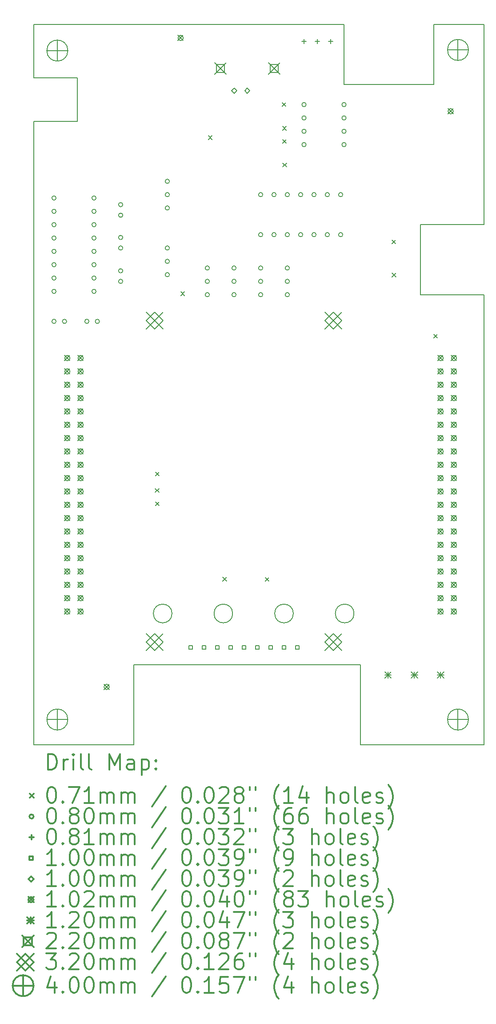
<source format=gbr>
%FSLAX45Y45*%
G04 Gerber Fmt 4.5, Leading zero omitted, Abs format (unit mm)*
G04 Created by KiCad (PCBNEW 4.0.2+dfsg1-2~bpo8+1-stable) date lun 17 oct 2016 16:09:25 ART*
%MOMM*%
G01*
G04 APERTURE LIST*
%ADD10C,0.127000*%
%ADD11C,0.150000*%
%ADD12C,0.200000*%
%ADD13C,0.300000*%
G04 APERTURE END LIST*
D10*
D11*
X10972800Y-15278100D02*
G75*
G03X10972800Y-15278100I-177800J0D01*
G01*
X8661400Y-15278100D02*
G75*
G03X8661400Y-15278100I-177800J0D01*
G01*
X9817100Y-15278100D02*
G75*
G03X9817100Y-15278100I-177800J0D01*
G01*
X12128953Y-15278100D02*
G75*
G03X12128953Y-15278100I-178253J0D01*
G01*
X7937500Y-16256000D02*
X12255500Y-16256000D01*
X7937500Y-17780000D02*
X7937500Y-16256000D01*
X6032500Y-17780000D02*
X7937500Y-17780000D01*
X6032500Y-16256000D02*
X6032500Y-17780000D01*
X14605000Y-9207500D02*
X14605000Y-17780000D01*
X14605000Y-7874000D02*
X14605000Y-4064000D01*
X13398500Y-7874000D02*
X14605000Y-7874000D01*
X13398500Y-9207500D02*
X13398500Y-7874000D01*
X14605000Y-9207500D02*
X13398500Y-9207500D01*
X6858000Y-5905500D02*
X6032500Y-5905500D01*
X14605000Y-4064000D02*
X13652500Y-4064000D01*
X12255500Y-17780000D02*
X14605000Y-17780000D01*
X12255500Y-16256000D02*
X12255500Y-17780000D01*
X6032500Y-15494000D02*
X6032500Y-16256000D01*
X11938000Y-4064000D02*
X6032500Y-4064000D01*
X13652500Y-5207000D02*
X13652500Y-4064000D01*
X11938000Y-5207000D02*
X13652500Y-5207000D01*
X11938000Y-4064000D02*
X11938000Y-5207000D01*
X6032500Y-15494000D02*
X6032500Y-5905500D01*
X6032500Y-5080000D02*
X6032500Y-4064000D01*
X6858000Y-5080000D02*
X6032500Y-5080000D01*
X6858000Y-5905500D02*
X6858000Y-5080000D01*
D12*
X8343900Y-12898120D02*
X8415020Y-12969240D01*
X8415020Y-12898120D02*
X8343900Y-12969240D01*
X8348980Y-12588240D02*
X8420100Y-12659360D01*
X8420100Y-12588240D02*
X8348980Y-12659360D01*
X8348980Y-13152120D02*
X8420100Y-13223240D01*
X8420100Y-13152120D02*
X8348980Y-13223240D01*
X8831580Y-9154160D02*
X8902700Y-9225280D01*
X8902700Y-9154160D02*
X8831580Y-9225280D01*
X9356090Y-6181090D02*
X9427210Y-6252210D01*
X9427210Y-6181090D02*
X9356090Y-6252210D01*
X9629140Y-14588490D02*
X9700260Y-14659610D01*
X9700260Y-14588490D02*
X9629140Y-14659610D01*
X10435590Y-14594840D02*
X10506710Y-14665960D01*
X10506710Y-14594840D02*
X10435590Y-14665960D01*
X10759440Y-5552440D02*
X10830560Y-5623560D01*
X10830560Y-5552440D02*
X10759440Y-5623560D01*
X10765790Y-6250940D02*
X10836910Y-6322060D01*
X10836910Y-6250940D02*
X10765790Y-6322060D01*
X10767060Y-6004560D02*
X10838180Y-6075680D01*
X10838180Y-6004560D02*
X10767060Y-6075680D01*
X10772140Y-6700520D02*
X10843260Y-6771640D01*
X10843260Y-6700520D02*
X10772140Y-6771640D01*
X12848590Y-8168640D02*
X12919710Y-8239760D01*
X12919710Y-8168640D02*
X12848590Y-8239760D01*
X12854940Y-8797290D02*
X12926060Y-8868410D01*
X12926060Y-8797290D02*
X12854940Y-8868410D01*
X13648690Y-9959340D02*
X13719810Y-10030460D01*
X13719810Y-9959340D02*
X13648690Y-10030460D01*
X6453500Y-7366000D02*
G75*
G03X6453500Y-7366000I-40000J0D01*
G01*
X6453500Y-7620000D02*
G75*
G03X6453500Y-7620000I-40000J0D01*
G01*
X6453500Y-7874000D02*
G75*
G03X6453500Y-7874000I-40000J0D01*
G01*
X6453500Y-8128000D02*
G75*
G03X6453500Y-8128000I-40000J0D01*
G01*
X6453500Y-8382000D02*
G75*
G03X6453500Y-8382000I-40000J0D01*
G01*
X6453500Y-8636000D02*
G75*
G03X6453500Y-8636000I-40000J0D01*
G01*
X6453500Y-8890000D02*
G75*
G03X6453500Y-8890000I-40000J0D01*
G01*
X6453500Y-9144000D02*
G75*
G03X6453500Y-9144000I-40000J0D01*
G01*
X6453500Y-9715500D02*
G75*
G03X6453500Y-9715500I-40000J0D01*
G01*
X6653500Y-9715500D02*
G75*
G03X6653500Y-9715500I-40000J0D01*
G01*
X7079000Y-9715500D02*
G75*
G03X7079000Y-9715500I-40000J0D01*
G01*
X7215500Y-7366000D02*
G75*
G03X7215500Y-7366000I-40000J0D01*
G01*
X7215500Y-7620000D02*
G75*
G03X7215500Y-7620000I-40000J0D01*
G01*
X7215500Y-7874000D02*
G75*
G03X7215500Y-7874000I-40000J0D01*
G01*
X7215500Y-8128000D02*
G75*
G03X7215500Y-8128000I-40000J0D01*
G01*
X7215500Y-8382000D02*
G75*
G03X7215500Y-8382000I-40000J0D01*
G01*
X7215500Y-8636000D02*
G75*
G03X7215500Y-8636000I-40000J0D01*
G01*
X7215500Y-8890000D02*
G75*
G03X7215500Y-8890000I-40000J0D01*
G01*
X7215500Y-9144000D02*
G75*
G03X7215500Y-9144000I-40000J0D01*
G01*
X7279000Y-9715500D02*
G75*
G03X7279000Y-9715500I-40000J0D01*
G01*
X7723500Y-7493000D02*
G75*
G03X7723500Y-7493000I-40000J0D01*
G01*
X7723500Y-7693000D02*
G75*
G03X7723500Y-7693000I-40000J0D01*
G01*
X7723500Y-8118500D02*
G75*
G03X7723500Y-8118500I-40000J0D01*
G01*
X7723500Y-8318500D02*
G75*
G03X7723500Y-8318500I-40000J0D01*
G01*
X7723500Y-8753500D02*
G75*
G03X7723500Y-8753500I-40000J0D01*
G01*
X7723500Y-8953500D02*
G75*
G03X7723500Y-8953500I-40000J0D01*
G01*
X8612500Y-7048500D02*
G75*
G03X8612500Y-7048500I-40000J0D01*
G01*
X8612500Y-7302500D02*
G75*
G03X8612500Y-7302500I-40000J0D01*
G01*
X8612500Y-7556500D02*
G75*
G03X8612500Y-7556500I-40000J0D01*
G01*
X8612500Y-8318500D02*
G75*
G03X8612500Y-8318500I-40000J0D01*
G01*
X8612500Y-8572500D02*
G75*
G03X8612500Y-8572500I-40000J0D01*
G01*
X8612500Y-8826500D02*
G75*
G03X8612500Y-8826500I-40000J0D01*
G01*
X9374500Y-8699500D02*
G75*
G03X9374500Y-8699500I-40000J0D01*
G01*
X9374500Y-8953500D02*
G75*
G03X9374500Y-8953500I-40000J0D01*
G01*
X9374500Y-9207500D02*
G75*
G03X9374500Y-9207500I-40000J0D01*
G01*
X9882500Y-8699500D02*
G75*
G03X9882500Y-8699500I-40000J0D01*
G01*
X9882500Y-8953500D02*
G75*
G03X9882500Y-8953500I-40000J0D01*
G01*
X9882500Y-9207500D02*
G75*
G03X9882500Y-9207500I-40000J0D01*
G01*
X10390500Y-7302500D02*
G75*
G03X10390500Y-7302500I-40000J0D01*
G01*
X10390500Y-8064500D02*
G75*
G03X10390500Y-8064500I-40000J0D01*
G01*
X10390500Y-8699500D02*
G75*
G03X10390500Y-8699500I-40000J0D01*
G01*
X10390500Y-8953500D02*
G75*
G03X10390500Y-8953500I-40000J0D01*
G01*
X10390500Y-9207500D02*
G75*
G03X10390500Y-9207500I-40000J0D01*
G01*
X10644500Y-7302500D02*
G75*
G03X10644500Y-7302500I-40000J0D01*
G01*
X10644500Y-8064500D02*
G75*
G03X10644500Y-8064500I-40000J0D01*
G01*
X10898500Y-7302500D02*
G75*
G03X10898500Y-7302500I-40000J0D01*
G01*
X10898500Y-8064500D02*
G75*
G03X10898500Y-8064500I-40000J0D01*
G01*
X10898500Y-8699500D02*
G75*
G03X10898500Y-8699500I-40000J0D01*
G01*
X10898500Y-8953500D02*
G75*
G03X10898500Y-8953500I-40000J0D01*
G01*
X10898500Y-9207500D02*
G75*
G03X10898500Y-9207500I-40000J0D01*
G01*
X11152500Y-7302500D02*
G75*
G03X11152500Y-7302500I-40000J0D01*
G01*
X11152500Y-8064500D02*
G75*
G03X11152500Y-8064500I-40000J0D01*
G01*
X11216000Y-5588000D02*
G75*
G03X11216000Y-5588000I-40000J0D01*
G01*
X11216000Y-5842000D02*
G75*
G03X11216000Y-5842000I-40000J0D01*
G01*
X11216000Y-6096000D02*
G75*
G03X11216000Y-6096000I-40000J0D01*
G01*
X11216000Y-6350000D02*
G75*
G03X11216000Y-6350000I-40000J0D01*
G01*
X11406500Y-7302500D02*
G75*
G03X11406500Y-7302500I-40000J0D01*
G01*
X11406500Y-8064500D02*
G75*
G03X11406500Y-8064500I-40000J0D01*
G01*
X11660500Y-7302500D02*
G75*
G03X11660500Y-7302500I-40000J0D01*
G01*
X11660500Y-8064500D02*
G75*
G03X11660500Y-8064500I-40000J0D01*
G01*
X11914500Y-7302500D02*
G75*
G03X11914500Y-7302500I-40000J0D01*
G01*
X11914500Y-8064500D02*
G75*
G03X11914500Y-8064500I-40000J0D01*
G01*
X11978000Y-5588000D02*
G75*
G03X11978000Y-5588000I-40000J0D01*
G01*
X11978000Y-5842000D02*
G75*
G03X11978000Y-5842000I-40000J0D01*
G01*
X11978000Y-6096000D02*
G75*
G03X11978000Y-6096000I-40000J0D01*
G01*
X11978000Y-6350000D02*
G75*
G03X11978000Y-6350000I-40000J0D01*
G01*
X11176000Y-4340860D02*
X11176000Y-4422140D01*
X11135360Y-4381500D02*
X11216640Y-4381500D01*
X11430000Y-4340860D02*
X11430000Y-4422140D01*
X11389360Y-4381500D02*
X11470640Y-4381500D01*
X11684000Y-4340860D02*
X11684000Y-4422140D01*
X11643360Y-4381500D02*
X11724640Y-4381500D01*
X9052356Y-15958856D02*
X9052356Y-15888144D01*
X8981644Y-15888144D01*
X8981644Y-15958856D01*
X9052356Y-15958856D01*
X9306356Y-15958856D02*
X9306356Y-15888144D01*
X9235644Y-15888144D01*
X9235644Y-15958856D01*
X9306356Y-15958856D01*
X9560356Y-15958856D02*
X9560356Y-15888144D01*
X9489644Y-15888144D01*
X9489644Y-15958856D01*
X9560356Y-15958856D01*
X9814356Y-15958856D02*
X9814356Y-15888144D01*
X9743644Y-15888144D01*
X9743644Y-15958856D01*
X9814356Y-15958856D01*
X10068356Y-15958856D02*
X10068356Y-15888144D01*
X9997644Y-15888144D01*
X9997644Y-15958856D01*
X10068356Y-15958856D01*
X10322356Y-15958856D02*
X10322356Y-15888144D01*
X10251644Y-15888144D01*
X10251644Y-15958856D01*
X10322356Y-15958856D01*
X10576356Y-15958856D02*
X10576356Y-15888144D01*
X10505644Y-15888144D01*
X10505644Y-15958856D01*
X10576356Y-15958856D01*
X10830356Y-15958856D02*
X10830356Y-15888144D01*
X10759644Y-15888144D01*
X10759644Y-15958856D01*
X10830356Y-15958856D01*
X11084356Y-15958856D02*
X11084356Y-15888144D01*
X11013644Y-15888144D01*
X11013644Y-15958856D01*
X11084356Y-15958856D01*
X9846564Y-5376164D02*
X9896602Y-5326126D01*
X9846564Y-5276088D01*
X9796526Y-5326126D01*
X9846564Y-5376164D01*
X10096500Y-5376164D02*
X10146538Y-5326126D01*
X10096500Y-5276088D01*
X10046462Y-5326126D01*
X10096500Y-5376164D01*
X6616700Y-10363200D02*
X6718300Y-10464800D01*
X6718300Y-10363200D02*
X6616700Y-10464800D01*
X6718300Y-10414000D02*
G75*
G03X6718300Y-10414000I-50800J0D01*
G01*
X6616700Y-10617200D02*
X6718300Y-10718800D01*
X6718300Y-10617200D02*
X6616700Y-10718800D01*
X6718300Y-10668000D02*
G75*
G03X6718300Y-10668000I-50800J0D01*
G01*
X6616700Y-10871200D02*
X6718300Y-10972800D01*
X6718300Y-10871200D02*
X6616700Y-10972800D01*
X6718300Y-10922000D02*
G75*
G03X6718300Y-10922000I-50800J0D01*
G01*
X6616700Y-11125200D02*
X6718300Y-11226800D01*
X6718300Y-11125200D02*
X6616700Y-11226800D01*
X6718300Y-11176000D02*
G75*
G03X6718300Y-11176000I-50800J0D01*
G01*
X6616700Y-11379200D02*
X6718300Y-11480800D01*
X6718300Y-11379200D02*
X6616700Y-11480800D01*
X6718300Y-11430000D02*
G75*
G03X6718300Y-11430000I-50800J0D01*
G01*
X6616700Y-11633200D02*
X6718300Y-11734800D01*
X6718300Y-11633200D02*
X6616700Y-11734800D01*
X6718300Y-11684000D02*
G75*
G03X6718300Y-11684000I-50800J0D01*
G01*
X6616700Y-11887200D02*
X6718300Y-11988800D01*
X6718300Y-11887200D02*
X6616700Y-11988800D01*
X6718300Y-11938000D02*
G75*
G03X6718300Y-11938000I-50800J0D01*
G01*
X6616700Y-12141200D02*
X6718300Y-12242800D01*
X6718300Y-12141200D02*
X6616700Y-12242800D01*
X6718300Y-12192000D02*
G75*
G03X6718300Y-12192000I-50800J0D01*
G01*
X6616700Y-12395200D02*
X6718300Y-12496800D01*
X6718300Y-12395200D02*
X6616700Y-12496800D01*
X6718300Y-12446000D02*
G75*
G03X6718300Y-12446000I-50800J0D01*
G01*
X6616700Y-12649200D02*
X6718300Y-12750800D01*
X6718300Y-12649200D02*
X6616700Y-12750800D01*
X6718300Y-12700000D02*
G75*
G03X6718300Y-12700000I-50800J0D01*
G01*
X6616700Y-12903200D02*
X6718300Y-13004800D01*
X6718300Y-12903200D02*
X6616700Y-13004800D01*
X6718300Y-12954000D02*
G75*
G03X6718300Y-12954000I-50800J0D01*
G01*
X6616700Y-13157200D02*
X6718300Y-13258800D01*
X6718300Y-13157200D02*
X6616700Y-13258800D01*
X6718300Y-13208000D02*
G75*
G03X6718300Y-13208000I-50800J0D01*
G01*
X6616700Y-13411200D02*
X6718300Y-13512800D01*
X6718300Y-13411200D02*
X6616700Y-13512800D01*
X6718300Y-13462000D02*
G75*
G03X6718300Y-13462000I-50800J0D01*
G01*
X6616700Y-13665200D02*
X6718300Y-13766800D01*
X6718300Y-13665200D02*
X6616700Y-13766800D01*
X6718300Y-13716000D02*
G75*
G03X6718300Y-13716000I-50800J0D01*
G01*
X6616700Y-13919200D02*
X6718300Y-14020800D01*
X6718300Y-13919200D02*
X6616700Y-14020800D01*
X6718300Y-13970000D02*
G75*
G03X6718300Y-13970000I-50800J0D01*
G01*
X6616700Y-14173200D02*
X6718300Y-14274800D01*
X6718300Y-14173200D02*
X6616700Y-14274800D01*
X6718300Y-14224000D02*
G75*
G03X6718300Y-14224000I-50800J0D01*
G01*
X6616700Y-14427200D02*
X6718300Y-14528800D01*
X6718300Y-14427200D02*
X6616700Y-14528800D01*
X6718300Y-14478000D02*
G75*
G03X6718300Y-14478000I-50800J0D01*
G01*
X6616700Y-14681200D02*
X6718300Y-14782800D01*
X6718300Y-14681200D02*
X6616700Y-14782800D01*
X6718300Y-14732000D02*
G75*
G03X6718300Y-14732000I-50800J0D01*
G01*
X6616700Y-14935200D02*
X6718300Y-15036800D01*
X6718300Y-14935200D02*
X6616700Y-15036800D01*
X6718300Y-14986000D02*
G75*
G03X6718300Y-14986000I-50800J0D01*
G01*
X6616700Y-15189200D02*
X6718300Y-15290800D01*
X6718300Y-15189200D02*
X6616700Y-15290800D01*
X6718300Y-15240000D02*
G75*
G03X6718300Y-15240000I-50800J0D01*
G01*
X6870700Y-10363200D02*
X6972300Y-10464800D01*
X6972300Y-10363200D02*
X6870700Y-10464800D01*
X6972300Y-10414000D02*
G75*
G03X6972300Y-10414000I-50800J0D01*
G01*
X6870700Y-10617200D02*
X6972300Y-10718800D01*
X6972300Y-10617200D02*
X6870700Y-10718800D01*
X6972300Y-10668000D02*
G75*
G03X6972300Y-10668000I-50800J0D01*
G01*
X6870700Y-10871200D02*
X6972300Y-10972800D01*
X6972300Y-10871200D02*
X6870700Y-10972800D01*
X6972300Y-10922000D02*
G75*
G03X6972300Y-10922000I-50800J0D01*
G01*
X6870700Y-11125200D02*
X6972300Y-11226800D01*
X6972300Y-11125200D02*
X6870700Y-11226800D01*
X6972300Y-11176000D02*
G75*
G03X6972300Y-11176000I-50800J0D01*
G01*
X6870700Y-11379200D02*
X6972300Y-11480800D01*
X6972300Y-11379200D02*
X6870700Y-11480800D01*
X6972300Y-11430000D02*
G75*
G03X6972300Y-11430000I-50800J0D01*
G01*
X6870700Y-11633200D02*
X6972300Y-11734800D01*
X6972300Y-11633200D02*
X6870700Y-11734800D01*
X6972300Y-11684000D02*
G75*
G03X6972300Y-11684000I-50800J0D01*
G01*
X6870700Y-11887200D02*
X6972300Y-11988800D01*
X6972300Y-11887200D02*
X6870700Y-11988800D01*
X6972300Y-11938000D02*
G75*
G03X6972300Y-11938000I-50800J0D01*
G01*
X6870700Y-12141200D02*
X6972300Y-12242800D01*
X6972300Y-12141200D02*
X6870700Y-12242800D01*
X6972300Y-12192000D02*
G75*
G03X6972300Y-12192000I-50800J0D01*
G01*
X6870700Y-12395200D02*
X6972300Y-12496800D01*
X6972300Y-12395200D02*
X6870700Y-12496800D01*
X6972300Y-12446000D02*
G75*
G03X6972300Y-12446000I-50800J0D01*
G01*
X6870700Y-12649200D02*
X6972300Y-12750800D01*
X6972300Y-12649200D02*
X6870700Y-12750800D01*
X6972300Y-12700000D02*
G75*
G03X6972300Y-12700000I-50800J0D01*
G01*
X6870700Y-12903200D02*
X6972300Y-13004800D01*
X6972300Y-12903200D02*
X6870700Y-13004800D01*
X6972300Y-12954000D02*
G75*
G03X6972300Y-12954000I-50800J0D01*
G01*
X6870700Y-13157200D02*
X6972300Y-13258800D01*
X6972300Y-13157200D02*
X6870700Y-13258800D01*
X6972300Y-13208000D02*
G75*
G03X6972300Y-13208000I-50800J0D01*
G01*
X6870700Y-13411200D02*
X6972300Y-13512800D01*
X6972300Y-13411200D02*
X6870700Y-13512800D01*
X6972300Y-13462000D02*
G75*
G03X6972300Y-13462000I-50800J0D01*
G01*
X6870700Y-13665200D02*
X6972300Y-13766800D01*
X6972300Y-13665200D02*
X6870700Y-13766800D01*
X6972300Y-13716000D02*
G75*
G03X6972300Y-13716000I-50800J0D01*
G01*
X6870700Y-13919200D02*
X6972300Y-14020800D01*
X6972300Y-13919200D02*
X6870700Y-14020800D01*
X6972300Y-13970000D02*
G75*
G03X6972300Y-13970000I-50800J0D01*
G01*
X6870700Y-14173200D02*
X6972300Y-14274800D01*
X6972300Y-14173200D02*
X6870700Y-14274800D01*
X6972300Y-14224000D02*
G75*
G03X6972300Y-14224000I-50800J0D01*
G01*
X6870700Y-14427200D02*
X6972300Y-14528800D01*
X6972300Y-14427200D02*
X6870700Y-14528800D01*
X6972300Y-14478000D02*
G75*
G03X6972300Y-14478000I-50800J0D01*
G01*
X6870700Y-14681200D02*
X6972300Y-14782800D01*
X6972300Y-14681200D02*
X6870700Y-14782800D01*
X6972300Y-14732000D02*
G75*
G03X6972300Y-14732000I-50800J0D01*
G01*
X6870700Y-14935200D02*
X6972300Y-15036800D01*
X6972300Y-14935200D02*
X6870700Y-15036800D01*
X6972300Y-14986000D02*
G75*
G03X6972300Y-14986000I-50800J0D01*
G01*
X6870700Y-15189200D02*
X6972300Y-15290800D01*
X6972300Y-15189200D02*
X6870700Y-15290800D01*
X6972300Y-15240000D02*
G75*
G03X6972300Y-15240000I-50800J0D01*
G01*
X7366000Y-16624300D02*
X7467600Y-16725900D01*
X7467600Y-16624300D02*
X7366000Y-16725900D01*
X7467600Y-16675100D02*
G75*
G03X7467600Y-16675100I-50800J0D01*
G01*
X8775700Y-4267200D02*
X8877300Y-4368800D01*
X8877300Y-4267200D02*
X8775700Y-4368800D01*
X8877300Y-4318000D02*
G75*
G03X8877300Y-4318000I-50800J0D01*
G01*
X13728700Y-10363200D02*
X13830300Y-10464800D01*
X13830300Y-10363200D02*
X13728700Y-10464800D01*
X13830300Y-10414000D02*
G75*
G03X13830300Y-10414000I-50800J0D01*
G01*
X13728700Y-10617200D02*
X13830300Y-10718800D01*
X13830300Y-10617200D02*
X13728700Y-10718800D01*
X13830300Y-10668000D02*
G75*
G03X13830300Y-10668000I-50800J0D01*
G01*
X13728700Y-10871200D02*
X13830300Y-10972800D01*
X13830300Y-10871200D02*
X13728700Y-10972800D01*
X13830300Y-10922000D02*
G75*
G03X13830300Y-10922000I-50800J0D01*
G01*
X13728700Y-11125200D02*
X13830300Y-11226800D01*
X13830300Y-11125200D02*
X13728700Y-11226800D01*
X13830300Y-11176000D02*
G75*
G03X13830300Y-11176000I-50800J0D01*
G01*
X13728700Y-11379200D02*
X13830300Y-11480800D01*
X13830300Y-11379200D02*
X13728700Y-11480800D01*
X13830300Y-11430000D02*
G75*
G03X13830300Y-11430000I-50800J0D01*
G01*
X13728700Y-11633200D02*
X13830300Y-11734800D01*
X13830300Y-11633200D02*
X13728700Y-11734800D01*
X13830300Y-11684000D02*
G75*
G03X13830300Y-11684000I-50800J0D01*
G01*
X13728700Y-11887200D02*
X13830300Y-11988800D01*
X13830300Y-11887200D02*
X13728700Y-11988800D01*
X13830300Y-11938000D02*
G75*
G03X13830300Y-11938000I-50800J0D01*
G01*
X13728700Y-12141200D02*
X13830300Y-12242800D01*
X13830300Y-12141200D02*
X13728700Y-12242800D01*
X13830300Y-12192000D02*
G75*
G03X13830300Y-12192000I-50800J0D01*
G01*
X13728700Y-12395200D02*
X13830300Y-12496800D01*
X13830300Y-12395200D02*
X13728700Y-12496800D01*
X13830300Y-12446000D02*
G75*
G03X13830300Y-12446000I-50800J0D01*
G01*
X13728700Y-12649200D02*
X13830300Y-12750800D01*
X13830300Y-12649200D02*
X13728700Y-12750800D01*
X13830300Y-12700000D02*
G75*
G03X13830300Y-12700000I-50800J0D01*
G01*
X13728700Y-12903200D02*
X13830300Y-13004800D01*
X13830300Y-12903200D02*
X13728700Y-13004800D01*
X13830300Y-12954000D02*
G75*
G03X13830300Y-12954000I-50800J0D01*
G01*
X13728700Y-13157200D02*
X13830300Y-13258800D01*
X13830300Y-13157200D02*
X13728700Y-13258800D01*
X13830300Y-13208000D02*
G75*
G03X13830300Y-13208000I-50800J0D01*
G01*
X13728700Y-13411200D02*
X13830300Y-13512800D01*
X13830300Y-13411200D02*
X13728700Y-13512800D01*
X13830300Y-13462000D02*
G75*
G03X13830300Y-13462000I-50800J0D01*
G01*
X13728700Y-13665200D02*
X13830300Y-13766800D01*
X13830300Y-13665200D02*
X13728700Y-13766800D01*
X13830300Y-13716000D02*
G75*
G03X13830300Y-13716000I-50800J0D01*
G01*
X13728700Y-13919200D02*
X13830300Y-14020800D01*
X13830300Y-13919200D02*
X13728700Y-14020800D01*
X13830300Y-13970000D02*
G75*
G03X13830300Y-13970000I-50800J0D01*
G01*
X13728700Y-14173200D02*
X13830300Y-14274800D01*
X13830300Y-14173200D02*
X13728700Y-14274800D01*
X13830300Y-14224000D02*
G75*
G03X13830300Y-14224000I-50800J0D01*
G01*
X13728700Y-14427200D02*
X13830300Y-14528800D01*
X13830300Y-14427200D02*
X13728700Y-14528800D01*
X13830300Y-14478000D02*
G75*
G03X13830300Y-14478000I-50800J0D01*
G01*
X13728700Y-14681200D02*
X13830300Y-14782800D01*
X13830300Y-14681200D02*
X13728700Y-14782800D01*
X13830300Y-14732000D02*
G75*
G03X13830300Y-14732000I-50800J0D01*
G01*
X13728700Y-14935200D02*
X13830300Y-15036800D01*
X13830300Y-14935200D02*
X13728700Y-15036800D01*
X13830300Y-14986000D02*
G75*
G03X13830300Y-14986000I-50800J0D01*
G01*
X13728700Y-15189200D02*
X13830300Y-15290800D01*
X13830300Y-15189200D02*
X13728700Y-15290800D01*
X13830300Y-15240000D02*
G75*
G03X13830300Y-15240000I-50800J0D01*
G01*
X13919200Y-5664200D02*
X14020800Y-5765800D01*
X14020800Y-5664200D02*
X13919200Y-5765800D01*
X14020800Y-5715000D02*
G75*
G03X14020800Y-5715000I-50800J0D01*
G01*
X13982700Y-10363200D02*
X14084300Y-10464800D01*
X14084300Y-10363200D02*
X13982700Y-10464800D01*
X14084300Y-10414000D02*
G75*
G03X14084300Y-10414000I-50800J0D01*
G01*
X13982700Y-10617200D02*
X14084300Y-10718800D01*
X14084300Y-10617200D02*
X13982700Y-10718800D01*
X14084300Y-10668000D02*
G75*
G03X14084300Y-10668000I-50800J0D01*
G01*
X13982700Y-10871200D02*
X14084300Y-10972800D01*
X14084300Y-10871200D02*
X13982700Y-10972800D01*
X14084300Y-10922000D02*
G75*
G03X14084300Y-10922000I-50800J0D01*
G01*
X13982700Y-11125200D02*
X14084300Y-11226800D01*
X14084300Y-11125200D02*
X13982700Y-11226800D01*
X14084300Y-11176000D02*
G75*
G03X14084300Y-11176000I-50800J0D01*
G01*
X13982700Y-11379200D02*
X14084300Y-11480800D01*
X14084300Y-11379200D02*
X13982700Y-11480800D01*
X14084300Y-11430000D02*
G75*
G03X14084300Y-11430000I-50800J0D01*
G01*
X13982700Y-11633200D02*
X14084300Y-11734800D01*
X14084300Y-11633200D02*
X13982700Y-11734800D01*
X14084300Y-11684000D02*
G75*
G03X14084300Y-11684000I-50800J0D01*
G01*
X13982700Y-11887200D02*
X14084300Y-11988800D01*
X14084300Y-11887200D02*
X13982700Y-11988800D01*
X14084300Y-11938000D02*
G75*
G03X14084300Y-11938000I-50800J0D01*
G01*
X13982700Y-12141200D02*
X14084300Y-12242800D01*
X14084300Y-12141200D02*
X13982700Y-12242800D01*
X14084300Y-12192000D02*
G75*
G03X14084300Y-12192000I-50800J0D01*
G01*
X13982700Y-12395200D02*
X14084300Y-12496800D01*
X14084300Y-12395200D02*
X13982700Y-12496800D01*
X14084300Y-12446000D02*
G75*
G03X14084300Y-12446000I-50800J0D01*
G01*
X13982700Y-12649200D02*
X14084300Y-12750800D01*
X14084300Y-12649200D02*
X13982700Y-12750800D01*
X14084300Y-12700000D02*
G75*
G03X14084300Y-12700000I-50800J0D01*
G01*
X13982700Y-12903200D02*
X14084300Y-13004800D01*
X14084300Y-12903200D02*
X13982700Y-13004800D01*
X14084300Y-12954000D02*
G75*
G03X14084300Y-12954000I-50800J0D01*
G01*
X13982700Y-13157200D02*
X14084300Y-13258800D01*
X14084300Y-13157200D02*
X13982700Y-13258800D01*
X14084300Y-13208000D02*
G75*
G03X14084300Y-13208000I-50800J0D01*
G01*
X13982700Y-13411200D02*
X14084300Y-13512800D01*
X14084300Y-13411200D02*
X13982700Y-13512800D01*
X14084300Y-13462000D02*
G75*
G03X14084300Y-13462000I-50800J0D01*
G01*
X13982700Y-13665200D02*
X14084300Y-13766800D01*
X14084300Y-13665200D02*
X13982700Y-13766800D01*
X14084300Y-13716000D02*
G75*
G03X14084300Y-13716000I-50800J0D01*
G01*
X13982700Y-13919200D02*
X14084300Y-14020800D01*
X14084300Y-13919200D02*
X13982700Y-14020800D01*
X14084300Y-13970000D02*
G75*
G03X14084300Y-13970000I-50800J0D01*
G01*
X13982700Y-14173200D02*
X14084300Y-14274800D01*
X14084300Y-14173200D02*
X13982700Y-14274800D01*
X14084300Y-14224000D02*
G75*
G03X14084300Y-14224000I-50800J0D01*
G01*
X13982700Y-14427200D02*
X14084300Y-14528800D01*
X14084300Y-14427200D02*
X13982700Y-14528800D01*
X14084300Y-14478000D02*
G75*
G03X14084300Y-14478000I-50800J0D01*
G01*
X13982700Y-14681200D02*
X14084300Y-14782800D01*
X14084300Y-14681200D02*
X13982700Y-14782800D01*
X14084300Y-14732000D02*
G75*
G03X14084300Y-14732000I-50800J0D01*
G01*
X13982700Y-14935200D02*
X14084300Y-15036800D01*
X14084300Y-14935200D02*
X13982700Y-15036800D01*
X14084300Y-14986000D02*
G75*
G03X14084300Y-14986000I-50800J0D01*
G01*
X13982700Y-15189200D02*
X14084300Y-15290800D01*
X14084300Y-15189200D02*
X13982700Y-15290800D01*
X14084300Y-15240000D02*
G75*
G03X14084300Y-15240000I-50800J0D01*
G01*
X12719304Y-16386556D02*
X12839192Y-16506444D01*
X12839192Y-16386556D02*
X12719304Y-16506444D01*
X12779248Y-16386556D02*
X12779248Y-16506444D01*
X12719304Y-16446500D02*
X12839192Y-16446500D01*
X13219430Y-16386556D02*
X13339318Y-16506444D01*
X13339318Y-16386556D02*
X13219430Y-16506444D01*
X13279374Y-16386556D02*
X13279374Y-16506444D01*
X13219430Y-16446500D02*
X13339318Y-16446500D01*
X13719556Y-16386556D02*
X13839444Y-16506444D01*
X13839444Y-16386556D02*
X13719556Y-16506444D01*
X13779500Y-16386556D02*
X13779500Y-16506444D01*
X13719556Y-16446500D02*
X13839444Y-16446500D01*
X9476740Y-4789678D02*
X9696704Y-5009642D01*
X9696704Y-4789678D02*
X9476740Y-5009642D01*
X9664492Y-4977430D02*
X9664492Y-4821890D01*
X9508952Y-4821890D01*
X9508952Y-4977430D01*
X9664492Y-4977430D01*
X10496550Y-4789678D02*
X10716514Y-5009642D01*
X10716514Y-4789678D02*
X10496550Y-5009642D01*
X10684302Y-4977430D02*
X10684302Y-4821890D01*
X10528762Y-4821890D01*
X10528762Y-4977430D01*
X10684302Y-4977430D01*
X8168000Y-9543500D02*
X8488000Y-9863500D01*
X8488000Y-9543500D02*
X8168000Y-9863500D01*
X8328000Y-9863500D02*
X8488000Y-9703500D01*
X8328000Y-9543500D01*
X8168000Y-9703500D01*
X8328000Y-9863500D01*
X8168000Y-15663500D02*
X8488000Y-15983500D01*
X8488000Y-15663500D02*
X8168000Y-15983500D01*
X8328000Y-15983500D02*
X8488000Y-15823500D01*
X8328000Y-15663500D01*
X8168000Y-15823500D01*
X8328000Y-15983500D01*
X11578000Y-9543500D02*
X11898000Y-9863500D01*
X11898000Y-9543500D02*
X11578000Y-9863500D01*
X11738000Y-9863500D02*
X11898000Y-9703500D01*
X11738000Y-9543500D01*
X11578000Y-9703500D01*
X11738000Y-9863500D01*
X11578000Y-15663500D02*
X11898000Y-15983500D01*
X11898000Y-15663500D02*
X11578000Y-15983500D01*
X11738000Y-15983500D02*
X11898000Y-15823500D01*
X11738000Y-15663500D01*
X11578000Y-15823500D01*
X11738000Y-15983500D01*
X6477000Y-4359300D02*
X6477000Y-4759300D01*
X6277000Y-4559300D02*
X6677000Y-4559300D01*
X6677000Y-4559300D02*
G75*
G03X6677000Y-4559300I-200000J0D01*
G01*
X6477000Y-17097400D02*
X6477000Y-17497400D01*
X6277000Y-17297400D02*
X6677000Y-17297400D01*
X6677000Y-17297400D02*
G75*
G03X6677000Y-17297400I-200000J0D01*
G01*
X14109700Y-4346600D02*
X14109700Y-4746600D01*
X13909700Y-4546600D02*
X14309700Y-4546600D01*
X14309700Y-4546600D02*
G75*
G03X14309700Y-4546600I-200000J0D01*
G01*
X14109700Y-17097400D02*
X14109700Y-17497400D01*
X13909700Y-17297400D02*
X14309700Y-17297400D01*
X14309700Y-17297400D02*
G75*
G03X14309700Y-17297400I-200000J0D01*
G01*
D13*
X6296428Y-18253214D02*
X6296428Y-17953214D01*
X6367857Y-17953214D01*
X6410714Y-17967500D01*
X6439286Y-17996072D01*
X6453571Y-18024643D01*
X6467857Y-18081786D01*
X6467857Y-18124643D01*
X6453571Y-18181786D01*
X6439286Y-18210357D01*
X6410714Y-18238929D01*
X6367857Y-18253214D01*
X6296428Y-18253214D01*
X6596428Y-18253214D02*
X6596428Y-18053214D01*
X6596428Y-18110357D02*
X6610714Y-18081786D01*
X6625000Y-18067500D01*
X6653571Y-18053214D01*
X6682143Y-18053214D01*
X6782143Y-18253214D02*
X6782143Y-18053214D01*
X6782143Y-17953214D02*
X6767857Y-17967500D01*
X6782143Y-17981786D01*
X6796428Y-17967500D01*
X6782143Y-17953214D01*
X6782143Y-17981786D01*
X6967857Y-18253214D02*
X6939286Y-18238929D01*
X6925000Y-18210357D01*
X6925000Y-17953214D01*
X7125000Y-18253214D02*
X7096428Y-18238929D01*
X7082143Y-18210357D01*
X7082143Y-17953214D01*
X7467857Y-18253214D02*
X7467857Y-17953214D01*
X7567857Y-18167500D01*
X7667857Y-17953214D01*
X7667857Y-18253214D01*
X7939286Y-18253214D02*
X7939286Y-18096072D01*
X7925000Y-18067500D01*
X7896428Y-18053214D01*
X7839286Y-18053214D01*
X7810714Y-18067500D01*
X7939286Y-18238929D02*
X7910714Y-18253214D01*
X7839286Y-18253214D01*
X7810714Y-18238929D01*
X7796428Y-18210357D01*
X7796428Y-18181786D01*
X7810714Y-18153214D01*
X7839286Y-18138929D01*
X7910714Y-18138929D01*
X7939286Y-18124643D01*
X8082143Y-18053214D02*
X8082143Y-18353214D01*
X8082143Y-18067500D02*
X8110714Y-18053214D01*
X8167857Y-18053214D01*
X8196428Y-18067500D01*
X8210714Y-18081786D01*
X8225000Y-18110357D01*
X8225000Y-18196072D01*
X8210714Y-18224643D01*
X8196428Y-18238929D01*
X8167857Y-18253214D01*
X8110714Y-18253214D01*
X8082143Y-18238929D01*
X8353571Y-18224643D02*
X8367857Y-18238929D01*
X8353571Y-18253214D01*
X8339286Y-18238929D01*
X8353571Y-18224643D01*
X8353571Y-18253214D01*
X8353571Y-18067500D02*
X8367857Y-18081786D01*
X8353571Y-18096072D01*
X8339286Y-18081786D01*
X8353571Y-18067500D01*
X8353571Y-18096072D01*
X5953880Y-18711940D02*
X6025000Y-18783060D01*
X6025000Y-18711940D02*
X5953880Y-18783060D01*
X6353571Y-18583214D02*
X6382143Y-18583214D01*
X6410714Y-18597500D01*
X6425000Y-18611786D01*
X6439286Y-18640357D01*
X6453571Y-18697500D01*
X6453571Y-18768929D01*
X6439286Y-18826072D01*
X6425000Y-18854643D01*
X6410714Y-18868929D01*
X6382143Y-18883214D01*
X6353571Y-18883214D01*
X6325000Y-18868929D01*
X6310714Y-18854643D01*
X6296428Y-18826072D01*
X6282143Y-18768929D01*
X6282143Y-18697500D01*
X6296428Y-18640357D01*
X6310714Y-18611786D01*
X6325000Y-18597500D01*
X6353571Y-18583214D01*
X6582143Y-18854643D02*
X6596428Y-18868929D01*
X6582143Y-18883214D01*
X6567857Y-18868929D01*
X6582143Y-18854643D01*
X6582143Y-18883214D01*
X6696428Y-18583214D02*
X6896428Y-18583214D01*
X6767857Y-18883214D01*
X7167857Y-18883214D02*
X6996428Y-18883214D01*
X7082143Y-18883214D02*
X7082143Y-18583214D01*
X7053571Y-18626072D01*
X7025000Y-18654643D01*
X6996428Y-18668929D01*
X7296428Y-18883214D02*
X7296428Y-18683214D01*
X7296428Y-18711786D02*
X7310714Y-18697500D01*
X7339286Y-18683214D01*
X7382143Y-18683214D01*
X7410714Y-18697500D01*
X7425000Y-18726072D01*
X7425000Y-18883214D01*
X7425000Y-18726072D02*
X7439286Y-18697500D01*
X7467857Y-18683214D01*
X7510714Y-18683214D01*
X7539286Y-18697500D01*
X7553571Y-18726072D01*
X7553571Y-18883214D01*
X7696428Y-18883214D02*
X7696428Y-18683214D01*
X7696428Y-18711786D02*
X7710714Y-18697500D01*
X7739286Y-18683214D01*
X7782143Y-18683214D01*
X7810714Y-18697500D01*
X7825000Y-18726072D01*
X7825000Y-18883214D01*
X7825000Y-18726072D02*
X7839286Y-18697500D01*
X7867857Y-18683214D01*
X7910714Y-18683214D01*
X7939286Y-18697500D01*
X7953571Y-18726072D01*
X7953571Y-18883214D01*
X8539286Y-18568929D02*
X8282143Y-18954643D01*
X8925000Y-18583214D02*
X8953571Y-18583214D01*
X8982143Y-18597500D01*
X8996428Y-18611786D01*
X9010714Y-18640357D01*
X9025000Y-18697500D01*
X9025000Y-18768929D01*
X9010714Y-18826072D01*
X8996428Y-18854643D01*
X8982143Y-18868929D01*
X8953571Y-18883214D01*
X8925000Y-18883214D01*
X8896428Y-18868929D01*
X8882143Y-18854643D01*
X8867857Y-18826072D01*
X8853571Y-18768929D01*
X8853571Y-18697500D01*
X8867857Y-18640357D01*
X8882143Y-18611786D01*
X8896428Y-18597500D01*
X8925000Y-18583214D01*
X9153571Y-18854643D02*
X9167857Y-18868929D01*
X9153571Y-18883214D01*
X9139286Y-18868929D01*
X9153571Y-18854643D01*
X9153571Y-18883214D01*
X9353571Y-18583214D02*
X9382143Y-18583214D01*
X9410714Y-18597500D01*
X9425000Y-18611786D01*
X9439286Y-18640357D01*
X9453571Y-18697500D01*
X9453571Y-18768929D01*
X9439286Y-18826072D01*
X9425000Y-18854643D01*
X9410714Y-18868929D01*
X9382143Y-18883214D01*
X9353571Y-18883214D01*
X9325000Y-18868929D01*
X9310714Y-18854643D01*
X9296428Y-18826072D01*
X9282143Y-18768929D01*
X9282143Y-18697500D01*
X9296428Y-18640357D01*
X9310714Y-18611786D01*
X9325000Y-18597500D01*
X9353571Y-18583214D01*
X9567857Y-18611786D02*
X9582143Y-18597500D01*
X9610714Y-18583214D01*
X9682143Y-18583214D01*
X9710714Y-18597500D01*
X9725000Y-18611786D01*
X9739286Y-18640357D01*
X9739286Y-18668929D01*
X9725000Y-18711786D01*
X9553571Y-18883214D01*
X9739286Y-18883214D01*
X9910714Y-18711786D02*
X9882143Y-18697500D01*
X9867857Y-18683214D01*
X9853571Y-18654643D01*
X9853571Y-18640357D01*
X9867857Y-18611786D01*
X9882143Y-18597500D01*
X9910714Y-18583214D01*
X9967857Y-18583214D01*
X9996428Y-18597500D01*
X10010714Y-18611786D01*
X10025000Y-18640357D01*
X10025000Y-18654643D01*
X10010714Y-18683214D01*
X9996428Y-18697500D01*
X9967857Y-18711786D01*
X9910714Y-18711786D01*
X9882143Y-18726072D01*
X9867857Y-18740357D01*
X9853571Y-18768929D01*
X9853571Y-18826072D01*
X9867857Y-18854643D01*
X9882143Y-18868929D01*
X9910714Y-18883214D01*
X9967857Y-18883214D01*
X9996428Y-18868929D01*
X10010714Y-18854643D01*
X10025000Y-18826072D01*
X10025000Y-18768929D01*
X10010714Y-18740357D01*
X9996428Y-18726072D01*
X9967857Y-18711786D01*
X10139286Y-18583214D02*
X10139286Y-18640357D01*
X10253571Y-18583214D02*
X10253571Y-18640357D01*
X10696428Y-18997500D02*
X10682143Y-18983214D01*
X10653571Y-18940357D01*
X10639286Y-18911786D01*
X10625000Y-18868929D01*
X10610714Y-18797500D01*
X10610714Y-18740357D01*
X10625000Y-18668929D01*
X10639286Y-18626072D01*
X10653571Y-18597500D01*
X10682143Y-18554643D01*
X10696428Y-18540357D01*
X10967857Y-18883214D02*
X10796428Y-18883214D01*
X10882143Y-18883214D02*
X10882143Y-18583214D01*
X10853571Y-18626072D01*
X10825000Y-18654643D01*
X10796428Y-18668929D01*
X11225000Y-18683214D02*
X11225000Y-18883214D01*
X11153571Y-18568929D02*
X11082143Y-18783214D01*
X11267857Y-18783214D01*
X11610714Y-18883214D02*
X11610714Y-18583214D01*
X11739285Y-18883214D02*
X11739285Y-18726072D01*
X11725000Y-18697500D01*
X11696428Y-18683214D01*
X11653571Y-18683214D01*
X11625000Y-18697500D01*
X11610714Y-18711786D01*
X11925000Y-18883214D02*
X11896428Y-18868929D01*
X11882143Y-18854643D01*
X11867857Y-18826072D01*
X11867857Y-18740357D01*
X11882143Y-18711786D01*
X11896428Y-18697500D01*
X11925000Y-18683214D01*
X11967857Y-18683214D01*
X11996428Y-18697500D01*
X12010714Y-18711786D01*
X12025000Y-18740357D01*
X12025000Y-18826072D01*
X12010714Y-18854643D01*
X11996428Y-18868929D01*
X11967857Y-18883214D01*
X11925000Y-18883214D01*
X12196428Y-18883214D02*
X12167857Y-18868929D01*
X12153571Y-18840357D01*
X12153571Y-18583214D01*
X12425000Y-18868929D02*
X12396428Y-18883214D01*
X12339286Y-18883214D01*
X12310714Y-18868929D01*
X12296428Y-18840357D01*
X12296428Y-18726072D01*
X12310714Y-18697500D01*
X12339286Y-18683214D01*
X12396428Y-18683214D01*
X12425000Y-18697500D01*
X12439286Y-18726072D01*
X12439286Y-18754643D01*
X12296428Y-18783214D01*
X12553571Y-18868929D02*
X12582143Y-18883214D01*
X12639286Y-18883214D01*
X12667857Y-18868929D01*
X12682143Y-18840357D01*
X12682143Y-18826072D01*
X12667857Y-18797500D01*
X12639286Y-18783214D01*
X12596428Y-18783214D01*
X12567857Y-18768929D01*
X12553571Y-18740357D01*
X12553571Y-18726072D01*
X12567857Y-18697500D01*
X12596428Y-18683214D01*
X12639286Y-18683214D01*
X12667857Y-18697500D01*
X12782143Y-18997500D02*
X12796428Y-18983214D01*
X12825000Y-18940357D01*
X12839286Y-18911786D01*
X12853571Y-18868929D01*
X12867857Y-18797500D01*
X12867857Y-18740357D01*
X12853571Y-18668929D01*
X12839286Y-18626072D01*
X12825000Y-18597500D01*
X12796428Y-18554643D01*
X12782143Y-18540357D01*
X6025000Y-19143500D02*
G75*
G03X6025000Y-19143500I-40000J0D01*
G01*
X6353571Y-18979214D02*
X6382143Y-18979214D01*
X6410714Y-18993500D01*
X6425000Y-19007786D01*
X6439286Y-19036357D01*
X6453571Y-19093500D01*
X6453571Y-19164929D01*
X6439286Y-19222072D01*
X6425000Y-19250643D01*
X6410714Y-19264929D01*
X6382143Y-19279214D01*
X6353571Y-19279214D01*
X6325000Y-19264929D01*
X6310714Y-19250643D01*
X6296428Y-19222072D01*
X6282143Y-19164929D01*
X6282143Y-19093500D01*
X6296428Y-19036357D01*
X6310714Y-19007786D01*
X6325000Y-18993500D01*
X6353571Y-18979214D01*
X6582143Y-19250643D02*
X6596428Y-19264929D01*
X6582143Y-19279214D01*
X6567857Y-19264929D01*
X6582143Y-19250643D01*
X6582143Y-19279214D01*
X6767857Y-19107786D02*
X6739286Y-19093500D01*
X6725000Y-19079214D01*
X6710714Y-19050643D01*
X6710714Y-19036357D01*
X6725000Y-19007786D01*
X6739286Y-18993500D01*
X6767857Y-18979214D01*
X6825000Y-18979214D01*
X6853571Y-18993500D01*
X6867857Y-19007786D01*
X6882143Y-19036357D01*
X6882143Y-19050643D01*
X6867857Y-19079214D01*
X6853571Y-19093500D01*
X6825000Y-19107786D01*
X6767857Y-19107786D01*
X6739286Y-19122072D01*
X6725000Y-19136357D01*
X6710714Y-19164929D01*
X6710714Y-19222072D01*
X6725000Y-19250643D01*
X6739286Y-19264929D01*
X6767857Y-19279214D01*
X6825000Y-19279214D01*
X6853571Y-19264929D01*
X6867857Y-19250643D01*
X6882143Y-19222072D01*
X6882143Y-19164929D01*
X6867857Y-19136357D01*
X6853571Y-19122072D01*
X6825000Y-19107786D01*
X7067857Y-18979214D02*
X7096428Y-18979214D01*
X7125000Y-18993500D01*
X7139286Y-19007786D01*
X7153571Y-19036357D01*
X7167857Y-19093500D01*
X7167857Y-19164929D01*
X7153571Y-19222072D01*
X7139286Y-19250643D01*
X7125000Y-19264929D01*
X7096428Y-19279214D01*
X7067857Y-19279214D01*
X7039286Y-19264929D01*
X7025000Y-19250643D01*
X7010714Y-19222072D01*
X6996428Y-19164929D01*
X6996428Y-19093500D01*
X7010714Y-19036357D01*
X7025000Y-19007786D01*
X7039286Y-18993500D01*
X7067857Y-18979214D01*
X7296428Y-19279214D02*
X7296428Y-19079214D01*
X7296428Y-19107786D02*
X7310714Y-19093500D01*
X7339286Y-19079214D01*
X7382143Y-19079214D01*
X7410714Y-19093500D01*
X7425000Y-19122072D01*
X7425000Y-19279214D01*
X7425000Y-19122072D02*
X7439286Y-19093500D01*
X7467857Y-19079214D01*
X7510714Y-19079214D01*
X7539286Y-19093500D01*
X7553571Y-19122072D01*
X7553571Y-19279214D01*
X7696428Y-19279214D02*
X7696428Y-19079214D01*
X7696428Y-19107786D02*
X7710714Y-19093500D01*
X7739286Y-19079214D01*
X7782143Y-19079214D01*
X7810714Y-19093500D01*
X7825000Y-19122072D01*
X7825000Y-19279214D01*
X7825000Y-19122072D02*
X7839286Y-19093500D01*
X7867857Y-19079214D01*
X7910714Y-19079214D01*
X7939286Y-19093500D01*
X7953571Y-19122072D01*
X7953571Y-19279214D01*
X8539286Y-18964929D02*
X8282143Y-19350643D01*
X8925000Y-18979214D02*
X8953571Y-18979214D01*
X8982143Y-18993500D01*
X8996428Y-19007786D01*
X9010714Y-19036357D01*
X9025000Y-19093500D01*
X9025000Y-19164929D01*
X9010714Y-19222072D01*
X8996428Y-19250643D01*
X8982143Y-19264929D01*
X8953571Y-19279214D01*
X8925000Y-19279214D01*
X8896428Y-19264929D01*
X8882143Y-19250643D01*
X8867857Y-19222072D01*
X8853571Y-19164929D01*
X8853571Y-19093500D01*
X8867857Y-19036357D01*
X8882143Y-19007786D01*
X8896428Y-18993500D01*
X8925000Y-18979214D01*
X9153571Y-19250643D02*
X9167857Y-19264929D01*
X9153571Y-19279214D01*
X9139286Y-19264929D01*
X9153571Y-19250643D01*
X9153571Y-19279214D01*
X9353571Y-18979214D02*
X9382143Y-18979214D01*
X9410714Y-18993500D01*
X9425000Y-19007786D01*
X9439286Y-19036357D01*
X9453571Y-19093500D01*
X9453571Y-19164929D01*
X9439286Y-19222072D01*
X9425000Y-19250643D01*
X9410714Y-19264929D01*
X9382143Y-19279214D01*
X9353571Y-19279214D01*
X9325000Y-19264929D01*
X9310714Y-19250643D01*
X9296428Y-19222072D01*
X9282143Y-19164929D01*
X9282143Y-19093500D01*
X9296428Y-19036357D01*
X9310714Y-19007786D01*
X9325000Y-18993500D01*
X9353571Y-18979214D01*
X9553571Y-18979214D02*
X9739286Y-18979214D01*
X9639286Y-19093500D01*
X9682143Y-19093500D01*
X9710714Y-19107786D01*
X9725000Y-19122072D01*
X9739286Y-19150643D01*
X9739286Y-19222072D01*
X9725000Y-19250643D01*
X9710714Y-19264929D01*
X9682143Y-19279214D01*
X9596428Y-19279214D01*
X9567857Y-19264929D01*
X9553571Y-19250643D01*
X10025000Y-19279214D02*
X9853571Y-19279214D01*
X9939286Y-19279214D02*
X9939286Y-18979214D01*
X9910714Y-19022072D01*
X9882143Y-19050643D01*
X9853571Y-19064929D01*
X10139286Y-18979214D02*
X10139286Y-19036357D01*
X10253571Y-18979214D02*
X10253571Y-19036357D01*
X10696428Y-19393500D02*
X10682143Y-19379214D01*
X10653571Y-19336357D01*
X10639286Y-19307786D01*
X10625000Y-19264929D01*
X10610714Y-19193500D01*
X10610714Y-19136357D01*
X10625000Y-19064929D01*
X10639286Y-19022072D01*
X10653571Y-18993500D01*
X10682143Y-18950643D01*
X10696428Y-18936357D01*
X10939286Y-18979214D02*
X10882143Y-18979214D01*
X10853571Y-18993500D01*
X10839286Y-19007786D01*
X10810714Y-19050643D01*
X10796428Y-19107786D01*
X10796428Y-19222072D01*
X10810714Y-19250643D01*
X10825000Y-19264929D01*
X10853571Y-19279214D01*
X10910714Y-19279214D01*
X10939286Y-19264929D01*
X10953571Y-19250643D01*
X10967857Y-19222072D01*
X10967857Y-19150643D01*
X10953571Y-19122072D01*
X10939286Y-19107786D01*
X10910714Y-19093500D01*
X10853571Y-19093500D01*
X10825000Y-19107786D01*
X10810714Y-19122072D01*
X10796428Y-19150643D01*
X11225000Y-18979214D02*
X11167857Y-18979214D01*
X11139286Y-18993500D01*
X11125000Y-19007786D01*
X11096428Y-19050643D01*
X11082143Y-19107786D01*
X11082143Y-19222072D01*
X11096428Y-19250643D01*
X11110714Y-19264929D01*
X11139286Y-19279214D01*
X11196428Y-19279214D01*
X11225000Y-19264929D01*
X11239285Y-19250643D01*
X11253571Y-19222072D01*
X11253571Y-19150643D01*
X11239285Y-19122072D01*
X11225000Y-19107786D01*
X11196428Y-19093500D01*
X11139286Y-19093500D01*
X11110714Y-19107786D01*
X11096428Y-19122072D01*
X11082143Y-19150643D01*
X11610714Y-19279214D02*
X11610714Y-18979214D01*
X11739285Y-19279214D02*
X11739285Y-19122072D01*
X11725000Y-19093500D01*
X11696428Y-19079214D01*
X11653571Y-19079214D01*
X11625000Y-19093500D01*
X11610714Y-19107786D01*
X11925000Y-19279214D02*
X11896428Y-19264929D01*
X11882143Y-19250643D01*
X11867857Y-19222072D01*
X11867857Y-19136357D01*
X11882143Y-19107786D01*
X11896428Y-19093500D01*
X11925000Y-19079214D01*
X11967857Y-19079214D01*
X11996428Y-19093500D01*
X12010714Y-19107786D01*
X12025000Y-19136357D01*
X12025000Y-19222072D01*
X12010714Y-19250643D01*
X11996428Y-19264929D01*
X11967857Y-19279214D01*
X11925000Y-19279214D01*
X12196428Y-19279214D02*
X12167857Y-19264929D01*
X12153571Y-19236357D01*
X12153571Y-18979214D01*
X12425000Y-19264929D02*
X12396428Y-19279214D01*
X12339286Y-19279214D01*
X12310714Y-19264929D01*
X12296428Y-19236357D01*
X12296428Y-19122072D01*
X12310714Y-19093500D01*
X12339286Y-19079214D01*
X12396428Y-19079214D01*
X12425000Y-19093500D01*
X12439286Y-19122072D01*
X12439286Y-19150643D01*
X12296428Y-19179214D01*
X12553571Y-19264929D02*
X12582143Y-19279214D01*
X12639286Y-19279214D01*
X12667857Y-19264929D01*
X12682143Y-19236357D01*
X12682143Y-19222072D01*
X12667857Y-19193500D01*
X12639286Y-19179214D01*
X12596428Y-19179214D01*
X12567857Y-19164929D01*
X12553571Y-19136357D01*
X12553571Y-19122072D01*
X12567857Y-19093500D01*
X12596428Y-19079214D01*
X12639286Y-19079214D01*
X12667857Y-19093500D01*
X12782143Y-19393500D02*
X12796428Y-19379214D01*
X12825000Y-19336357D01*
X12839286Y-19307786D01*
X12853571Y-19264929D01*
X12867857Y-19193500D01*
X12867857Y-19136357D01*
X12853571Y-19064929D01*
X12839286Y-19022072D01*
X12825000Y-18993500D01*
X12796428Y-18950643D01*
X12782143Y-18936357D01*
X5984360Y-19498860D02*
X5984360Y-19580140D01*
X5943720Y-19539500D02*
X6025000Y-19539500D01*
X6353571Y-19375214D02*
X6382143Y-19375214D01*
X6410714Y-19389500D01*
X6425000Y-19403786D01*
X6439286Y-19432357D01*
X6453571Y-19489500D01*
X6453571Y-19560929D01*
X6439286Y-19618072D01*
X6425000Y-19646643D01*
X6410714Y-19660929D01*
X6382143Y-19675214D01*
X6353571Y-19675214D01*
X6325000Y-19660929D01*
X6310714Y-19646643D01*
X6296428Y-19618072D01*
X6282143Y-19560929D01*
X6282143Y-19489500D01*
X6296428Y-19432357D01*
X6310714Y-19403786D01*
X6325000Y-19389500D01*
X6353571Y-19375214D01*
X6582143Y-19646643D02*
X6596428Y-19660929D01*
X6582143Y-19675214D01*
X6567857Y-19660929D01*
X6582143Y-19646643D01*
X6582143Y-19675214D01*
X6767857Y-19503786D02*
X6739286Y-19489500D01*
X6725000Y-19475214D01*
X6710714Y-19446643D01*
X6710714Y-19432357D01*
X6725000Y-19403786D01*
X6739286Y-19389500D01*
X6767857Y-19375214D01*
X6825000Y-19375214D01*
X6853571Y-19389500D01*
X6867857Y-19403786D01*
X6882143Y-19432357D01*
X6882143Y-19446643D01*
X6867857Y-19475214D01*
X6853571Y-19489500D01*
X6825000Y-19503786D01*
X6767857Y-19503786D01*
X6739286Y-19518072D01*
X6725000Y-19532357D01*
X6710714Y-19560929D01*
X6710714Y-19618072D01*
X6725000Y-19646643D01*
X6739286Y-19660929D01*
X6767857Y-19675214D01*
X6825000Y-19675214D01*
X6853571Y-19660929D01*
X6867857Y-19646643D01*
X6882143Y-19618072D01*
X6882143Y-19560929D01*
X6867857Y-19532357D01*
X6853571Y-19518072D01*
X6825000Y-19503786D01*
X7167857Y-19675214D02*
X6996428Y-19675214D01*
X7082143Y-19675214D02*
X7082143Y-19375214D01*
X7053571Y-19418072D01*
X7025000Y-19446643D01*
X6996428Y-19460929D01*
X7296428Y-19675214D02*
X7296428Y-19475214D01*
X7296428Y-19503786D02*
X7310714Y-19489500D01*
X7339286Y-19475214D01*
X7382143Y-19475214D01*
X7410714Y-19489500D01*
X7425000Y-19518072D01*
X7425000Y-19675214D01*
X7425000Y-19518072D02*
X7439286Y-19489500D01*
X7467857Y-19475214D01*
X7510714Y-19475214D01*
X7539286Y-19489500D01*
X7553571Y-19518072D01*
X7553571Y-19675214D01*
X7696428Y-19675214D02*
X7696428Y-19475214D01*
X7696428Y-19503786D02*
X7710714Y-19489500D01*
X7739286Y-19475214D01*
X7782143Y-19475214D01*
X7810714Y-19489500D01*
X7825000Y-19518072D01*
X7825000Y-19675214D01*
X7825000Y-19518072D02*
X7839286Y-19489500D01*
X7867857Y-19475214D01*
X7910714Y-19475214D01*
X7939286Y-19489500D01*
X7953571Y-19518072D01*
X7953571Y-19675214D01*
X8539286Y-19360929D02*
X8282143Y-19746643D01*
X8925000Y-19375214D02*
X8953571Y-19375214D01*
X8982143Y-19389500D01*
X8996428Y-19403786D01*
X9010714Y-19432357D01*
X9025000Y-19489500D01*
X9025000Y-19560929D01*
X9010714Y-19618072D01*
X8996428Y-19646643D01*
X8982143Y-19660929D01*
X8953571Y-19675214D01*
X8925000Y-19675214D01*
X8896428Y-19660929D01*
X8882143Y-19646643D01*
X8867857Y-19618072D01*
X8853571Y-19560929D01*
X8853571Y-19489500D01*
X8867857Y-19432357D01*
X8882143Y-19403786D01*
X8896428Y-19389500D01*
X8925000Y-19375214D01*
X9153571Y-19646643D02*
X9167857Y-19660929D01*
X9153571Y-19675214D01*
X9139286Y-19660929D01*
X9153571Y-19646643D01*
X9153571Y-19675214D01*
X9353571Y-19375214D02*
X9382143Y-19375214D01*
X9410714Y-19389500D01*
X9425000Y-19403786D01*
X9439286Y-19432357D01*
X9453571Y-19489500D01*
X9453571Y-19560929D01*
X9439286Y-19618072D01*
X9425000Y-19646643D01*
X9410714Y-19660929D01*
X9382143Y-19675214D01*
X9353571Y-19675214D01*
X9325000Y-19660929D01*
X9310714Y-19646643D01*
X9296428Y-19618072D01*
X9282143Y-19560929D01*
X9282143Y-19489500D01*
X9296428Y-19432357D01*
X9310714Y-19403786D01*
X9325000Y-19389500D01*
X9353571Y-19375214D01*
X9553571Y-19375214D02*
X9739286Y-19375214D01*
X9639286Y-19489500D01*
X9682143Y-19489500D01*
X9710714Y-19503786D01*
X9725000Y-19518072D01*
X9739286Y-19546643D01*
X9739286Y-19618072D01*
X9725000Y-19646643D01*
X9710714Y-19660929D01*
X9682143Y-19675214D01*
X9596428Y-19675214D01*
X9567857Y-19660929D01*
X9553571Y-19646643D01*
X9853571Y-19403786D02*
X9867857Y-19389500D01*
X9896428Y-19375214D01*
X9967857Y-19375214D01*
X9996428Y-19389500D01*
X10010714Y-19403786D01*
X10025000Y-19432357D01*
X10025000Y-19460929D01*
X10010714Y-19503786D01*
X9839286Y-19675214D01*
X10025000Y-19675214D01*
X10139286Y-19375214D02*
X10139286Y-19432357D01*
X10253571Y-19375214D02*
X10253571Y-19432357D01*
X10696428Y-19789500D02*
X10682143Y-19775214D01*
X10653571Y-19732357D01*
X10639286Y-19703786D01*
X10625000Y-19660929D01*
X10610714Y-19589500D01*
X10610714Y-19532357D01*
X10625000Y-19460929D01*
X10639286Y-19418072D01*
X10653571Y-19389500D01*
X10682143Y-19346643D01*
X10696428Y-19332357D01*
X10782143Y-19375214D02*
X10967857Y-19375214D01*
X10867857Y-19489500D01*
X10910714Y-19489500D01*
X10939286Y-19503786D01*
X10953571Y-19518072D01*
X10967857Y-19546643D01*
X10967857Y-19618072D01*
X10953571Y-19646643D01*
X10939286Y-19660929D01*
X10910714Y-19675214D01*
X10825000Y-19675214D01*
X10796428Y-19660929D01*
X10782143Y-19646643D01*
X11325000Y-19675214D02*
X11325000Y-19375214D01*
X11453571Y-19675214D02*
X11453571Y-19518072D01*
X11439285Y-19489500D01*
X11410714Y-19475214D01*
X11367857Y-19475214D01*
X11339285Y-19489500D01*
X11325000Y-19503786D01*
X11639285Y-19675214D02*
X11610714Y-19660929D01*
X11596428Y-19646643D01*
X11582143Y-19618072D01*
X11582143Y-19532357D01*
X11596428Y-19503786D01*
X11610714Y-19489500D01*
X11639285Y-19475214D01*
X11682143Y-19475214D01*
X11710714Y-19489500D01*
X11725000Y-19503786D01*
X11739285Y-19532357D01*
X11739285Y-19618072D01*
X11725000Y-19646643D01*
X11710714Y-19660929D01*
X11682143Y-19675214D01*
X11639285Y-19675214D01*
X11910714Y-19675214D02*
X11882143Y-19660929D01*
X11867857Y-19632357D01*
X11867857Y-19375214D01*
X12139286Y-19660929D02*
X12110714Y-19675214D01*
X12053571Y-19675214D01*
X12025000Y-19660929D01*
X12010714Y-19632357D01*
X12010714Y-19518072D01*
X12025000Y-19489500D01*
X12053571Y-19475214D01*
X12110714Y-19475214D01*
X12139286Y-19489500D01*
X12153571Y-19518072D01*
X12153571Y-19546643D01*
X12010714Y-19575214D01*
X12267857Y-19660929D02*
X12296428Y-19675214D01*
X12353571Y-19675214D01*
X12382143Y-19660929D01*
X12396428Y-19632357D01*
X12396428Y-19618072D01*
X12382143Y-19589500D01*
X12353571Y-19575214D01*
X12310714Y-19575214D01*
X12282143Y-19560929D01*
X12267857Y-19532357D01*
X12267857Y-19518072D01*
X12282143Y-19489500D01*
X12310714Y-19475214D01*
X12353571Y-19475214D01*
X12382143Y-19489500D01*
X12496428Y-19789500D02*
X12510714Y-19775214D01*
X12539286Y-19732357D01*
X12553571Y-19703786D01*
X12567857Y-19660929D01*
X12582143Y-19589500D01*
X12582143Y-19532357D01*
X12567857Y-19460929D01*
X12553571Y-19418072D01*
X12539286Y-19389500D01*
X12510714Y-19346643D01*
X12496428Y-19332357D01*
X6010356Y-19970856D02*
X6010356Y-19900144D01*
X5939644Y-19900144D01*
X5939644Y-19970856D01*
X6010356Y-19970856D01*
X6453571Y-20071214D02*
X6282143Y-20071214D01*
X6367857Y-20071214D02*
X6367857Y-19771214D01*
X6339286Y-19814072D01*
X6310714Y-19842643D01*
X6282143Y-19856929D01*
X6582143Y-20042643D02*
X6596428Y-20056929D01*
X6582143Y-20071214D01*
X6567857Y-20056929D01*
X6582143Y-20042643D01*
X6582143Y-20071214D01*
X6782143Y-19771214D02*
X6810714Y-19771214D01*
X6839286Y-19785500D01*
X6853571Y-19799786D01*
X6867857Y-19828357D01*
X6882143Y-19885500D01*
X6882143Y-19956929D01*
X6867857Y-20014072D01*
X6853571Y-20042643D01*
X6839286Y-20056929D01*
X6810714Y-20071214D01*
X6782143Y-20071214D01*
X6753571Y-20056929D01*
X6739286Y-20042643D01*
X6725000Y-20014072D01*
X6710714Y-19956929D01*
X6710714Y-19885500D01*
X6725000Y-19828357D01*
X6739286Y-19799786D01*
X6753571Y-19785500D01*
X6782143Y-19771214D01*
X7067857Y-19771214D02*
X7096428Y-19771214D01*
X7125000Y-19785500D01*
X7139286Y-19799786D01*
X7153571Y-19828357D01*
X7167857Y-19885500D01*
X7167857Y-19956929D01*
X7153571Y-20014072D01*
X7139286Y-20042643D01*
X7125000Y-20056929D01*
X7096428Y-20071214D01*
X7067857Y-20071214D01*
X7039286Y-20056929D01*
X7025000Y-20042643D01*
X7010714Y-20014072D01*
X6996428Y-19956929D01*
X6996428Y-19885500D01*
X7010714Y-19828357D01*
X7025000Y-19799786D01*
X7039286Y-19785500D01*
X7067857Y-19771214D01*
X7296428Y-20071214D02*
X7296428Y-19871214D01*
X7296428Y-19899786D02*
X7310714Y-19885500D01*
X7339286Y-19871214D01*
X7382143Y-19871214D01*
X7410714Y-19885500D01*
X7425000Y-19914072D01*
X7425000Y-20071214D01*
X7425000Y-19914072D02*
X7439286Y-19885500D01*
X7467857Y-19871214D01*
X7510714Y-19871214D01*
X7539286Y-19885500D01*
X7553571Y-19914072D01*
X7553571Y-20071214D01*
X7696428Y-20071214D02*
X7696428Y-19871214D01*
X7696428Y-19899786D02*
X7710714Y-19885500D01*
X7739286Y-19871214D01*
X7782143Y-19871214D01*
X7810714Y-19885500D01*
X7825000Y-19914072D01*
X7825000Y-20071214D01*
X7825000Y-19914072D02*
X7839286Y-19885500D01*
X7867857Y-19871214D01*
X7910714Y-19871214D01*
X7939286Y-19885500D01*
X7953571Y-19914072D01*
X7953571Y-20071214D01*
X8539286Y-19756929D02*
X8282143Y-20142643D01*
X8925000Y-19771214D02*
X8953571Y-19771214D01*
X8982143Y-19785500D01*
X8996428Y-19799786D01*
X9010714Y-19828357D01*
X9025000Y-19885500D01*
X9025000Y-19956929D01*
X9010714Y-20014072D01*
X8996428Y-20042643D01*
X8982143Y-20056929D01*
X8953571Y-20071214D01*
X8925000Y-20071214D01*
X8896428Y-20056929D01*
X8882143Y-20042643D01*
X8867857Y-20014072D01*
X8853571Y-19956929D01*
X8853571Y-19885500D01*
X8867857Y-19828357D01*
X8882143Y-19799786D01*
X8896428Y-19785500D01*
X8925000Y-19771214D01*
X9153571Y-20042643D02*
X9167857Y-20056929D01*
X9153571Y-20071214D01*
X9139286Y-20056929D01*
X9153571Y-20042643D01*
X9153571Y-20071214D01*
X9353571Y-19771214D02*
X9382143Y-19771214D01*
X9410714Y-19785500D01*
X9425000Y-19799786D01*
X9439286Y-19828357D01*
X9453571Y-19885500D01*
X9453571Y-19956929D01*
X9439286Y-20014072D01*
X9425000Y-20042643D01*
X9410714Y-20056929D01*
X9382143Y-20071214D01*
X9353571Y-20071214D01*
X9325000Y-20056929D01*
X9310714Y-20042643D01*
X9296428Y-20014072D01*
X9282143Y-19956929D01*
X9282143Y-19885500D01*
X9296428Y-19828357D01*
X9310714Y-19799786D01*
X9325000Y-19785500D01*
X9353571Y-19771214D01*
X9553571Y-19771214D02*
X9739286Y-19771214D01*
X9639286Y-19885500D01*
X9682143Y-19885500D01*
X9710714Y-19899786D01*
X9725000Y-19914072D01*
X9739286Y-19942643D01*
X9739286Y-20014072D01*
X9725000Y-20042643D01*
X9710714Y-20056929D01*
X9682143Y-20071214D01*
X9596428Y-20071214D01*
X9567857Y-20056929D01*
X9553571Y-20042643D01*
X9882143Y-20071214D02*
X9939286Y-20071214D01*
X9967857Y-20056929D01*
X9982143Y-20042643D01*
X10010714Y-19999786D01*
X10025000Y-19942643D01*
X10025000Y-19828357D01*
X10010714Y-19799786D01*
X9996428Y-19785500D01*
X9967857Y-19771214D01*
X9910714Y-19771214D01*
X9882143Y-19785500D01*
X9867857Y-19799786D01*
X9853571Y-19828357D01*
X9853571Y-19899786D01*
X9867857Y-19928357D01*
X9882143Y-19942643D01*
X9910714Y-19956929D01*
X9967857Y-19956929D01*
X9996428Y-19942643D01*
X10010714Y-19928357D01*
X10025000Y-19899786D01*
X10139286Y-19771214D02*
X10139286Y-19828357D01*
X10253571Y-19771214D02*
X10253571Y-19828357D01*
X10696428Y-20185500D02*
X10682143Y-20171214D01*
X10653571Y-20128357D01*
X10639286Y-20099786D01*
X10625000Y-20056929D01*
X10610714Y-19985500D01*
X10610714Y-19928357D01*
X10625000Y-19856929D01*
X10639286Y-19814072D01*
X10653571Y-19785500D01*
X10682143Y-19742643D01*
X10696428Y-19728357D01*
X10825000Y-20071214D02*
X10882143Y-20071214D01*
X10910714Y-20056929D01*
X10925000Y-20042643D01*
X10953571Y-19999786D01*
X10967857Y-19942643D01*
X10967857Y-19828357D01*
X10953571Y-19799786D01*
X10939286Y-19785500D01*
X10910714Y-19771214D01*
X10853571Y-19771214D01*
X10825000Y-19785500D01*
X10810714Y-19799786D01*
X10796428Y-19828357D01*
X10796428Y-19899786D01*
X10810714Y-19928357D01*
X10825000Y-19942643D01*
X10853571Y-19956929D01*
X10910714Y-19956929D01*
X10939286Y-19942643D01*
X10953571Y-19928357D01*
X10967857Y-19899786D01*
X11325000Y-20071214D02*
X11325000Y-19771214D01*
X11453571Y-20071214D02*
X11453571Y-19914072D01*
X11439285Y-19885500D01*
X11410714Y-19871214D01*
X11367857Y-19871214D01*
X11339285Y-19885500D01*
X11325000Y-19899786D01*
X11639285Y-20071214D02*
X11610714Y-20056929D01*
X11596428Y-20042643D01*
X11582143Y-20014072D01*
X11582143Y-19928357D01*
X11596428Y-19899786D01*
X11610714Y-19885500D01*
X11639285Y-19871214D01*
X11682143Y-19871214D01*
X11710714Y-19885500D01*
X11725000Y-19899786D01*
X11739285Y-19928357D01*
X11739285Y-20014072D01*
X11725000Y-20042643D01*
X11710714Y-20056929D01*
X11682143Y-20071214D01*
X11639285Y-20071214D01*
X11910714Y-20071214D02*
X11882143Y-20056929D01*
X11867857Y-20028357D01*
X11867857Y-19771214D01*
X12139286Y-20056929D02*
X12110714Y-20071214D01*
X12053571Y-20071214D01*
X12025000Y-20056929D01*
X12010714Y-20028357D01*
X12010714Y-19914072D01*
X12025000Y-19885500D01*
X12053571Y-19871214D01*
X12110714Y-19871214D01*
X12139286Y-19885500D01*
X12153571Y-19914072D01*
X12153571Y-19942643D01*
X12010714Y-19971214D01*
X12267857Y-20056929D02*
X12296428Y-20071214D01*
X12353571Y-20071214D01*
X12382143Y-20056929D01*
X12396428Y-20028357D01*
X12396428Y-20014072D01*
X12382143Y-19985500D01*
X12353571Y-19971214D01*
X12310714Y-19971214D01*
X12282143Y-19956929D01*
X12267857Y-19928357D01*
X12267857Y-19914072D01*
X12282143Y-19885500D01*
X12310714Y-19871214D01*
X12353571Y-19871214D01*
X12382143Y-19885500D01*
X12496428Y-20185500D02*
X12510714Y-20171214D01*
X12539286Y-20128357D01*
X12553571Y-20099786D01*
X12567857Y-20056929D01*
X12582143Y-19985500D01*
X12582143Y-19928357D01*
X12567857Y-19856929D01*
X12553571Y-19814072D01*
X12539286Y-19785500D01*
X12510714Y-19742643D01*
X12496428Y-19728357D01*
X5974962Y-20381538D02*
X6025000Y-20331500D01*
X5974962Y-20281462D01*
X5924924Y-20331500D01*
X5974962Y-20381538D01*
X6453571Y-20467214D02*
X6282143Y-20467214D01*
X6367857Y-20467214D02*
X6367857Y-20167214D01*
X6339286Y-20210072D01*
X6310714Y-20238643D01*
X6282143Y-20252929D01*
X6582143Y-20438643D02*
X6596428Y-20452929D01*
X6582143Y-20467214D01*
X6567857Y-20452929D01*
X6582143Y-20438643D01*
X6582143Y-20467214D01*
X6782143Y-20167214D02*
X6810714Y-20167214D01*
X6839286Y-20181500D01*
X6853571Y-20195786D01*
X6867857Y-20224357D01*
X6882143Y-20281500D01*
X6882143Y-20352929D01*
X6867857Y-20410072D01*
X6853571Y-20438643D01*
X6839286Y-20452929D01*
X6810714Y-20467214D01*
X6782143Y-20467214D01*
X6753571Y-20452929D01*
X6739286Y-20438643D01*
X6725000Y-20410072D01*
X6710714Y-20352929D01*
X6710714Y-20281500D01*
X6725000Y-20224357D01*
X6739286Y-20195786D01*
X6753571Y-20181500D01*
X6782143Y-20167214D01*
X7067857Y-20167214D02*
X7096428Y-20167214D01*
X7125000Y-20181500D01*
X7139286Y-20195786D01*
X7153571Y-20224357D01*
X7167857Y-20281500D01*
X7167857Y-20352929D01*
X7153571Y-20410072D01*
X7139286Y-20438643D01*
X7125000Y-20452929D01*
X7096428Y-20467214D01*
X7067857Y-20467214D01*
X7039286Y-20452929D01*
X7025000Y-20438643D01*
X7010714Y-20410072D01*
X6996428Y-20352929D01*
X6996428Y-20281500D01*
X7010714Y-20224357D01*
X7025000Y-20195786D01*
X7039286Y-20181500D01*
X7067857Y-20167214D01*
X7296428Y-20467214D02*
X7296428Y-20267214D01*
X7296428Y-20295786D02*
X7310714Y-20281500D01*
X7339286Y-20267214D01*
X7382143Y-20267214D01*
X7410714Y-20281500D01*
X7425000Y-20310072D01*
X7425000Y-20467214D01*
X7425000Y-20310072D02*
X7439286Y-20281500D01*
X7467857Y-20267214D01*
X7510714Y-20267214D01*
X7539286Y-20281500D01*
X7553571Y-20310072D01*
X7553571Y-20467214D01*
X7696428Y-20467214D02*
X7696428Y-20267214D01*
X7696428Y-20295786D02*
X7710714Y-20281500D01*
X7739286Y-20267214D01*
X7782143Y-20267214D01*
X7810714Y-20281500D01*
X7825000Y-20310072D01*
X7825000Y-20467214D01*
X7825000Y-20310072D02*
X7839286Y-20281500D01*
X7867857Y-20267214D01*
X7910714Y-20267214D01*
X7939286Y-20281500D01*
X7953571Y-20310072D01*
X7953571Y-20467214D01*
X8539286Y-20152929D02*
X8282143Y-20538643D01*
X8925000Y-20167214D02*
X8953571Y-20167214D01*
X8982143Y-20181500D01*
X8996428Y-20195786D01*
X9010714Y-20224357D01*
X9025000Y-20281500D01*
X9025000Y-20352929D01*
X9010714Y-20410072D01*
X8996428Y-20438643D01*
X8982143Y-20452929D01*
X8953571Y-20467214D01*
X8925000Y-20467214D01*
X8896428Y-20452929D01*
X8882143Y-20438643D01*
X8867857Y-20410072D01*
X8853571Y-20352929D01*
X8853571Y-20281500D01*
X8867857Y-20224357D01*
X8882143Y-20195786D01*
X8896428Y-20181500D01*
X8925000Y-20167214D01*
X9153571Y-20438643D02*
X9167857Y-20452929D01*
X9153571Y-20467214D01*
X9139286Y-20452929D01*
X9153571Y-20438643D01*
X9153571Y-20467214D01*
X9353571Y-20167214D02*
X9382143Y-20167214D01*
X9410714Y-20181500D01*
X9425000Y-20195786D01*
X9439286Y-20224357D01*
X9453571Y-20281500D01*
X9453571Y-20352929D01*
X9439286Y-20410072D01*
X9425000Y-20438643D01*
X9410714Y-20452929D01*
X9382143Y-20467214D01*
X9353571Y-20467214D01*
X9325000Y-20452929D01*
X9310714Y-20438643D01*
X9296428Y-20410072D01*
X9282143Y-20352929D01*
X9282143Y-20281500D01*
X9296428Y-20224357D01*
X9310714Y-20195786D01*
X9325000Y-20181500D01*
X9353571Y-20167214D01*
X9553571Y-20167214D02*
X9739286Y-20167214D01*
X9639286Y-20281500D01*
X9682143Y-20281500D01*
X9710714Y-20295786D01*
X9725000Y-20310072D01*
X9739286Y-20338643D01*
X9739286Y-20410072D01*
X9725000Y-20438643D01*
X9710714Y-20452929D01*
X9682143Y-20467214D01*
X9596428Y-20467214D01*
X9567857Y-20452929D01*
X9553571Y-20438643D01*
X9882143Y-20467214D02*
X9939286Y-20467214D01*
X9967857Y-20452929D01*
X9982143Y-20438643D01*
X10010714Y-20395786D01*
X10025000Y-20338643D01*
X10025000Y-20224357D01*
X10010714Y-20195786D01*
X9996428Y-20181500D01*
X9967857Y-20167214D01*
X9910714Y-20167214D01*
X9882143Y-20181500D01*
X9867857Y-20195786D01*
X9853571Y-20224357D01*
X9853571Y-20295786D01*
X9867857Y-20324357D01*
X9882143Y-20338643D01*
X9910714Y-20352929D01*
X9967857Y-20352929D01*
X9996428Y-20338643D01*
X10010714Y-20324357D01*
X10025000Y-20295786D01*
X10139286Y-20167214D02*
X10139286Y-20224357D01*
X10253571Y-20167214D02*
X10253571Y-20224357D01*
X10696428Y-20581500D02*
X10682143Y-20567214D01*
X10653571Y-20524357D01*
X10639286Y-20495786D01*
X10625000Y-20452929D01*
X10610714Y-20381500D01*
X10610714Y-20324357D01*
X10625000Y-20252929D01*
X10639286Y-20210072D01*
X10653571Y-20181500D01*
X10682143Y-20138643D01*
X10696428Y-20124357D01*
X10796428Y-20195786D02*
X10810714Y-20181500D01*
X10839286Y-20167214D01*
X10910714Y-20167214D01*
X10939286Y-20181500D01*
X10953571Y-20195786D01*
X10967857Y-20224357D01*
X10967857Y-20252929D01*
X10953571Y-20295786D01*
X10782143Y-20467214D01*
X10967857Y-20467214D01*
X11325000Y-20467214D02*
X11325000Y-20167214D01*
X11453571Y-20467214D02*
X11453571Y-20310072D01*
X11439285Y-20281500D01*
X11410714Y-20267214D01*
X11367857Y-20267214D01*
X11339285Y-20281500D01*
X11325000Y-20295786D01*
X11639285Y-20467214D02*
X11610714Y-20452929D01*
X11596428Y-20438643D01*
X11582143Y-20410072D01*
X11582143Y-20324357D01*
X11596428Y-20295786D01*
X11610714Y-20281500D01*
X11639285Y-20267214D01*
X11682143Y-20267214D01*
X11710714Y-20281500D01*
X11725000Y-20295786D01*
X11739285Y-20324357D01*
X11739285Y-20410072D01*
X11725000Y-20438643D01*
X11710714Y-20452929D01*
X11682143Y-20467214D01*
X11639285Y-20467214D01*
X11910714Y-20467214D02*
X11882143Y-20452929D01*
X11867857Y-20424357D01*
X11867857Y-20167214D01*
X12139286Y-20452929D02*
X12110714Y-20467214D01*
X12053571Y-20467214D01*
X12025000Y-20452929D01*
X12010714Y-20424357D01*
X12010714Y-20310072D01*
X12025000Y-20281500D01*
X12053571Y-20267214D01*
X12110714Y-20267214D01*
X12139286Y-20281500D01*
X12153571Y-20310072D01*
X12153571Y-20338643D01*
X12010714Y-20367214D01*
X12267857Y-20452929D02*
X12296428Y-20467214D01*
X12353571Y-20467214D01*
X12382143Y-20452929D01*
X12396428Y-20424357D01*
X12396428Y-20410072D01*
X12382143Y-20381500D01*
X12353571Y-20367214D01*
X12310714Y-20367214D01*
X12282143Y-20352929D01*
X12267857Y-20324357D01*
X12267857Y-20310072D01*
X12282143Y-20281500D01*
X12310714Y-20267214D01*
X12353571Y-20267214D01*
X12382143Y-20281500D01*
X12496428Y-20581500D02*
X12510714Y-20567214D01*
X12539286Y-20524357D01*
X12553571Y-20495786D01*
X12567857Y-20452929D01*
X12582143Y-20381500D01*
X12582143Y-20324357D01*
X12567857Y-20252929D01*
X12553571Y-20210072D01*
X12539286Y-20181500D01*
X12510714Y-20138643D01*
X12496428Y-20124357D01*
X5923400Y-20676700D02*
X6025000Y-20778300D01*
X6025000Y-20676700D02*
X5923400Y-20778300D01*
X6025000Y-20727500D02*
G75*
G03X6025000Y-20727500I-50800J0D01*
G01*
X6453571Y-20863214D02*
X6282143Y-20863214D01*
X6367857Y-20863214D02*
X6367857Y-20563214D01*
X6339286Y-20606072D01*
X6310714Y-20634643D01*
X6282143Y-20648929D01*
X6582143Y-20834643D02*
X6596428Y-20848929D01*
X6582143Y-20863214D01*
X6567857Y-20848929D01*
X6582143Y-20834643D01*
X6582143Y-20863214D01*
X6782143Y-20563214D02*
X6810714Y-20563214D01*
X6839286Y-20577500D01*
X6853571Y-20591786D01*
X6867857Y-20620357D01*
X6882143Y-20677500D01*
X6882143Y-20748929D01*
X6867857Y-20806072D01*
X6853571Y-20834643D01*
X6839286Y-20848929D01*
X6810714Y-20863214D01*
X6782143Y-20863214D01*
X6753571Y-20848929D01*
X6739286Y-20834643D01*
X6725000Y-20806072D01*
X6710714Y-20748929D01*
X6710714Y-20677500D01*
X6725000Y-20620357D01*
X6739286Y-20591786D01*
X6753571Y-20577500D01*
X6782143Y-20563214D01*
X6996428Y-20591786D02*
X7010714Y-20577500D01*
X7039286Y-20563214D01*
X7110714Y-20563214D01*
X7139286Y-20577500D01*
X7153571Y-20591786D01*
X7167857Y-20620357D01*
X7167857Y-20648929D01*
X7153571Y-20691786D01*
X6982143Y-20863214D01*
X7167857Y-20863214D01*
X7296428Y-20863214D02*
X7296428Y-20663214D01*
X7296428Y-20691786D02*
X7310714Y-20677500D01*
X7339286Y-20663214D01*
X7382143Y-20663214D01*
X7410714Y-20677500D01*
X7425000Y-20706072D01*
X7425000Y-20863214D01*
X7425000Y-20706072D02*
X7439286Y-20677500D01*
X7467857Y-20663214D01*
X7510714Y-20663214D01*
X7539286Y-20677500D01*
X7553571Y-20706072D01*
X7553571Y-20863214D01*
X7696428Y-20863214D02*
X7696428Y-20663214D01*
X7696428Y-20691786D02*
X7710714Y-20677500D01*
X7739286Y-20663214D01*
X7782143Y-20663214D01*
X7810714Y-20677500D01*
X7825000Y-20706072D01*
X7825000Y-20863214D01*
X7825000Y-20706072D02*
X7839286Y-20677500D01*
X7867857Y-20663214D01*
X7910714Y-20663214D01*
X7939286Y-20677500D01*
X7953571Y-20706072D01*
X7953571Y-20863214D01*
X8539286Y-20548929D02*
X8282143Y-20934643D01*
X8925000Y-20563214D02*
X8953571Y-20563214D01*
X8982143Y-20577500D01*
X8996428Y-20591786D01*
X9010714Y-20620357D01*
X9025000Y-20677500D01*
X9025000Y-20748929D01*
X9010714Y-20806072D01*
X8996428Y-20834643D01*
X8982143Y-20848929D01*
X8953571Y-20863214D01*
X8925000Y-20863214D01*
X8896428Y-20848929D01*
X8882143Y-20834643D01*
X8867857Y-20806072D01*
X8853571Y-20748929D01*
X8853571Y-20677500D01*
X8867857Y-20620357D01*
X8882143Y-20591786D01*
X8896428Y-20577500D01*
X8925000Y-20563214D01*
X9153571Y-20834643D02*
X9167857Y-20848929D01*
X9153571Y-20863214D01*
X9139286Y-20848929D01*
X9153571Y-20834643D01*
X9153571Y-20863214D01*
X9353571Y-20563214D02*
X9382143Y-20563214D01*
X9410714Y-20577500D01*
X9425000Y-20591786D01*
X9439286Y-20620357D01*
X9453571Y-20677500D01*
X9453571Y-20748929D01*
X9439286Y-20806072D01*
X9425000Y-20834643D01*
X9410714Y-20848929D01*
X9382143Y-20863214D01*
X9353571Y-20863214D01*
X9325000Y-20848929D01*
X9310714Y-20834643D01*
X9296428Y-20806072D01*
X9282143Y-20748929D01*
X9282143Y-20677500D01*
X9296428Y-20620357D01*
X9310714Y-20591786D01*
X9325000Y-20577500D01*
X9353571Y-20563214D01*
X9710714Y-20663214D02*
X9710714Y-20863214D01*
X9639286Y-20548929D02*
X9567857Y-20763214D01*
X9753571Y-20763214D01*
X9925000Y-20563214D02*
X9953571Y-20563214D01*
X9982143Y-20577500D01*
X9996428Y-20591786D01*
X10010714Y-20620357D01*
X10025000Y-20677500D01*
X10025000Y-20748929D01*
X10010714Y-20806072D01*
X9996428Y-20834643D01*
X9982143Y-20848929D01*
X9953571Y-20863214D01*
X9925000Y-20863214D01*
X9896428Y-20848929D01*
X9882143Y-20834643D01*
X9867857Y-20806072D01*
X9853571Y-20748929D01*
X9853571Y-20677500D01*
X9867857Y-20620357D01*
X9882143Y-20591786D01*
X9896428Y-20577500D01*
X9925000Y-20563214D01*
X10139286Y-20563214D02*
X10139286Y-20620357D01*
X10253571Y-20563214D02*
X10253571Y-20620357D01*
X10696428Y-20977500D02*
X10682143Y-20963214D01*
X10653571Y-20920357D01*
X10639286Y-20891786D01*
X10625000Y-20848929D01*
X10610714Y-20777500D01*
X10610714Y-20720357D01*
X10625000Y-20648929D01*
X10639286Y-20606072D01*
X10653571Y-20577500D01*
X10682143Y-20534643D01*
X10696428Y-20520357D01*
X10853571Y-20691786D02*
X10825000Y-20677500D01*
X10810714Y-20663214D01*
X10796428Y-20634643D01*
X10796428Y-20620357D01*
X10810714Y-20591786D01*
X10825000Y-20577500D01*
X10853571Y-20563214D01*
X10910714Y-20563214D01*
X10939286Y-20577500D01*
X10953571Y-20591786D01*
X10967857Y-20620357D01*
X10967857Y-20634643D01*
X10953571Y-20663214D01*
X10939286Y-20677500D01*
X10910714Y-20691786D01*
X10853571Y-20691786D01*
X10825000Y-20706072D01*
X10810714Y-20720357D01*
X10796428Y-20748929D01*
X10796428Y-20806072D01*
X10810714Y-20834643D01*
X10825000Y-20848929D01*
X10853571Y-20863214D01*
X10910714Y-20863214D01*
X10939286Y-20848929D01*
X10953571Y-20834643D01*
X10967857Y-20806072D01*
X10967857Y-20748929D01*
X10953571Y-20720357D01*
X10939286Y-20706072D01*
X10910714Y-20691786D01*
X11067857Y-20563214D02*
X11253571Y-20563214D01*
X11153571Y-20677500D01*
X11196428Y-20677500D01*
X11225000Y-20691786D01*
X11239285Y-20706072D01*
X11253571Y-20734643D01*
X11253571Y-20806072D01*
X11239285Y-20834643D01*
X11225000Y-20848929D01*
X11196428Y-20863214D01*
X11110714Y-20863214D01*
X11082143Y-20848929D01*
X11067857Y-20834643D01*
X11610714Y-20863214D02*
X11610714Y-20563214D01*
X11739285Y-20863214D02*
X11739285Y-20706072D01*
X11725000Y-20677500D01*
X11696428Y-20663214D01*
X11653571Y-20663214D01*
X11625000Y-20677500D01*
X11610714Y-20691786D01*
X11925000Y-20863214D02*
X11896428Y-20848929D01*
X11882143Y-20834643D01*
X11867857Y-20806072D01*
X11867857Y-20720357D01*
X11882143Y-20691786D01*
X11896428Y-20677500D01*
X11925000Y-20663214D01*
X11967857Y-20663214D01*
X11996428Y-20677500D01*
X12010714Y-20691786D01*
X12025000Y-20720357D01*
X12025000Y-20806072D01*
X12010714Y-20834643D01*
X11996428Y-20848929D01*
X11967857Y-20863214D01*
X11925000Y-20863214D01*
X12196428Y-20863214D02*
X12167857Y-20848929D01*
X12153571Y-20820357D01*
X12153571Y-20563214D01*
X12425000Y-20848929D02*
X12396428Y-20863214D01*
X12339286Y-20863214D01*
X12310714Y-20848929D01*
X12296428Y-20820357D01*
X12296428Y-20706072D01*
X12310714Y-20677500D01*
X12339286Y-20663214D01*
X12396428Y-20663214D01*
X12425000Y-20677500D01*
X12439286Y-20706072D01*
X12439286Y-20734643D01*
X12296428Y-20763214D01*
X12553571Y-20848929D02*
X12582143Y-20863214D01*
X12639286Y-20863214D01*
X12667857Y-20848929D01*
X12682143Y-20820357D01*
X12682143Y-20806072D01*
X12667857Y-20777500D01*
X12639286Y-20763214D01*
X12596428Y-20763214D01*
X12567857Y-20748929D01*
X12553571Y-20720357D01*
X12553571Y-20706072D01*
X12567857Y-20677500D01*
X12596428Y-20663214D01*
X12639286Y-20663214D01*
X12667857Y-20677500D01*
X12782143Y-20977500D02*
X12796428Y-20963214D01*
X12825000Y-20920357D01*
X12839286Y-20891786D01*
X12853571Y-20848929D01*
X12867857Y-20777500D01*
X12867857Y-20720357D01*
X12853571Y-20648929D01*
X12839286Y-20606072D01*
X12825000Y-20577500D01*
X12796428Y-20534643D01*
X12782143Y-20520357D01*
X5905112Y-21063556D02*
X6025000Y-21183444D01*
X6025000Y-21063556D02*
X5905112Y-21183444D01*
X5965056Y-21063556D02*
X5965056Y-21183444D01*
X5905112Y-21123500D02*
X6025000Y-21123500D01*
X6453571Y-21259214D02*
X6282143Y-21259214D01*
X6367857Y-21259214D02*
X6367857Y-20959214D01*
X6339286Y-21002072D01*
X6310714Y-21030643D01*
X6282143Y-21044929D01*
X6582143Y-21230643D02*
X6596428Y-21244929D01*
X6582143Y-21259214D01*
X6567857Y-21244929D01*
X6582143Y-21230643D01*
X6582143Y-21259214D01*
X6710714Y-20987786D02*
X6725000Y-20973500D01*
X6753571Y-20959214D01*
X6825000Y-20959214D01*
X6853571Y-20973500D01*
X6867857Y-20987786D01*
X6882143Y-21016357D01*
X6882143Y-21044929D01*
X6867857Y-21087786D01*
X6696428Y-21259214D01*
X6882143Y-21259214D01*
X7067857Y-20959214D02*
X7096428Y-20959214D01*
X7125000Y-20973500D01*
X7139286Y-20987786D01*
X7153571Y-21016357D01*
X7167857Y-21073500D01*
X7167857Y-21144929D01*
X7153571Y-21202072D01*
X7139286Y-21230643D01*
X7125000Y-21244929D01*
X7096428Y-21259214D01*
X7067857Y-21259214D01*
X7039286Y-21244929D01*
X7025000Y-21230643D01*
X7010714Y-21202072D01*
X6996428Y-21144929D01*
X6996428Y-21073500D01*
X7010714Y-21016357D01*
X7025000Y-20987786D01*
X7039286Y-20973500D01*
X7067857Y-20959214D01*
X7296428Y-21259214D02*
X7296428Y-21059214D01*
X7296428Y-21087786D02*
X7310714Y-21073500D01*
X7339286Y-21059214D01*
X7382143Y-21059214D01*
X7410714Y-21073500D01*
X7425000Y-21102072D01*
X7425000Y-21259214D01*
X7425000Y-21102072D02*
X7439286Y-21073500D01*
X7467857Y-21059214D01*
X7510714Y-21059214D01*
X7539286Y-21073500D01*
X7553571Y-21102072D01*
X7553571Y-21259214D01*
X7696428Y-21259214D02*
X7696428Y-21059214D01*
X7696428Y-21087786D02*
X7710714Y-21073500D01*
X7739286Y-21059214D01*
X7782143Y-21059214D01*
X7810714Y-21073500D01*
X7825000Y-21102072D01*
X7825000Y-21259214D01*
X7825000Y-21102072D02*
X7839286Y-21073500D01*
X7867857Y-21059214D01*
X7910714Y-21059214D01*
X7939286Y-21073500D01*
X7953571Y-21102072D01*
X7953571Y-21259214D01*
X8539286Y-20944929D02*
X8282143Y-21330643D01*
X8925000Y-20959214D02*
X8953571Y-20959214D01*
X8982143Y-20973500D01*
X8996428Y-20987786D01*
X9010714Y-21016357D01*
X9025000Y-21073500D01*
X9025000Y-21144929D01*
X9010714Y-21202072D01*
X8996428Y-21230643D01*
X8982143Y-21244929D01*
X8953571Y-21259214D01*
X8925000Y-21259214D01*
X8896428Y-21244929D01*
X8882143Y-21230643D01*
X8867857Y-21202072D01*
X8853571Y-21144929D01*
X8853571Y-21073500D01*
X8867857Y-21016357D01*
X8882143Y-20987786D01*
X8896428Y-20973500D01*
X8925000Y-20959214D01*
X9153571Y-21230643D02*
X9167857Y-21244929D01*
X9153571Y-21259214D01*
X9139286Y-21244929D01*
X9153571Y-21230643D01*
X9153571Y-21259214D01*
X9353571Y-20959214D02*
X9382143Y-20959214D01*
X9410714Y-20973500D01*
X9425000Y-20987786D01*
X9439286Y-21016357D01*
X9453571Y-21073500D01*
X9453571Y-21144929D01*
X9439286Y-21202072D01*
X9425000Y-21230643D01*
X9410714Y-21244929D01*
X9382143Y-21259214D01*
X9353571Y-21259214D01*
X9325000Y-21244929D01*
X9310714Y-21230643D01*
X9296428Y-21202072D01*
X9282143Y-21144929D01*
X9282143Y-21073500D01*
X9296428Y-21016357D01*
X9310714Y-20987786D01*
X9325000Y-20973500D01*
X9353571Y-20959214D01*
X9710714Y-21059214D02*
X9710714Y-21259214D01*
X9639286Y-20944929D02*
X9567857Y-21159214D01*
X9753571Y-21159214D01*
X9839286Y-20959214D02*
X10039286Y-20959214D01*
X9910714Y-21259214D01*
X10139286Y-20959214D02*
X10139286Y-21016357D01*
X10253571Y-20959214D02*
X10253571Y-21016357D01*
X10696428Y-21373500D02*
X10682143Y-21359214D01*
X10653571Y-21316357D01*
X10639286Y-21287786D01*
X10625000Y-21244929D01*
X10610714Y-21173500D01*
X10610714Y-21116357D01*
X10625000Y-21044929D01*
X10639286Y-21002072D01*
X10653571Y-20973500D01*
X10682143Y-20930643D01*
X10696428Y-20916357D01*
X10782143Y-20959214D02*
X10967857Y-20959214D01*
X10867857Y-21073500D01*
X10910714Y-21073500D01*
X10939286Y-21087786D01*
X10953571Y-21102072D01*
X10967857Y-21130643D01*
X10967857Y-21202072D01*
X10953571Y-21230643D01*
X10939286Y-21244929D01*
X10910714Y-21259214D01*
X10825000Y-21259214D01*
X10796428Y-21244929D01*
X10782143Y-21230643D01*
X11325000Y-21259214D02*
X11325000Y-20959214D01*
X11453571Y-21259214D02*
X11453571Y-21102072D01*
X11439285Y-21073500D01*
X11410714Y-21059214D01*
X11367857Y-21059214D01*
X11339285Y-21073500D01*
X11325000Y-21087786D01*
X11639285Y-21259214D02*
X11610714Y-21244929D01*
X11596428Y-21230643D01*
X11582143Y-21202072D01*
X11582143Y-21116357D01*
X11596428Y-21087786D01*
X11610714Y-21073500D01*
X11639285Y-21059214D01*
X11682143Y-21059214D01*
X11710714Y-21073500D01*
X11725000Y-21087786D01*
X11739285Y-21116357D01*
X11739285Y-21202072D01*
X11725000Y-21230643D01*
X11710714Y-21244929D01*
X11682143Y-21259214D01*
X11639285Y-21259214D01*
X11910714Y-21259214D02*
X11882143Y-21244929D01*
X11867857Y-21216357D01*
X11867857Y-20959214D01*
X12139286Y-21244929D02*
X12110714Y-21259214D01*
X12053571Y-21259214D01*
X12025000Y-21244929D01*
X12010714Y-21216357D01*
X12010714Y-21102072D01*
X12025000Y-21073500D01*
X12053571Y-21059214D01*
X12110714Y-21059214D01*
X12139286Y-21073500D01*
X12153571Y-21102072D01*
X12153571Y-21130643D01*
X12010714Y-21159214D01*
X12267857Y-21244929D02*
X12296428Y-21259214D01*
X12353571Y-21259214D01*
X12382143Y-21244929D01*
X12396428Y-21216357D01*
X12396428Y-21202072D01*
X12382143Y-21173500D01*
X12353571Y-21159214D01*
X12310714Y-21159214D01*
X12282143Y-21144929D01*
X12267857Y-21116357D01*
X12267857Y-21102072D01*
X12282143Y-21073500D01*
X12310714Y-21059214D01*
X12353571Y-21059214D01*
X12382143Y-21073500D01*
X12496428Y-21373500D02*
X12510714Y-21359214D01*
X12539286Y-21316357D01*
X12553571Y-21287786D01*
X12567857Y-21244929D01*
X12582143Y-21173500D01*
X12582143Y-21116357D01*
X12567857Y-21044929D01*
X12553571Y-21002072D01*
X12539286Y-20973500D01*
X12510714Y-20930643D01*
X12496428Y-20916357D01*
X5805036Y-21409518D02*
X6025000Y-21629482D01*
X6025000Y-21409518D02*
X5805036Y-21629482D01*
X5992788Y-21597270D02*
X5992788Y-21441730D01*
X5837248Y-21441730D01*
X5837248Y-21597270D01*
X5992788Y-21597270D01*
X6282143Y-21383786D02*
X6296428Y-21369500D01*
X6325000Y-21355214D01*
X6396428Y-21355214D01*
X6425000Y-21369500D01*
X6439286Y-21383786D01*
X6453571Y-21412357D01*
X6453571Y-21440929D01*
X6439286Y-21483786D01*
X6267857Y-21655214D01*
X6453571Y-21655214D01*
X6582143Y-21626643D02*
X6596428Y-21640929D01*
X6582143Y-21655214D01*
X6567857Y-21640929D01*
X6582143Y-21626643D01*
X6582143Y-21655214D01*
X6710714Y-21383786D02*
X6725000Y-21369500D01*
X6753571Y-21355214D01*
X6825000Y-21355214D01*
X6853571Y-21369500D01*
X6867857Y-21383786D01*
X6882143Y-21412357D01*
X6882143Y-21440929D01*
X6867857Y-21483786D01*
X6696428Y-21655214D01*
X6882143Y-21655214D01*
X7067857Y-21355214D02*
X7096428Y-21355214D01*
X7125000Y-21369500D01*
X7139286Y-21383786D01*
X7153571Y-21412357D01*
X7167857Y-21469500D01*
X7167857Y-21540929D01*
X7153571Y-21598072D01*
X7139286Y-21626643D01*
X7125000Y-21640929D01*
X7096428Y-21655214D01*
X7067857Y-21655214D01*
X7039286Y-21640929D01*
X7025000Y-21626643D01*
X7010714Y-21598072D01*
X6996428Y-21540929D01*
X6996428Y-21469500D01*
X7010714Y-21412357D01*
X7025000Y-21383786D01*
X7039286Y-21369500D01*
X7067857Y-21355214D01*
X7296428Y-21655214D02*
X7296428Y-21455214D01*
X7296428Y-21483786D02*
X7310714Y-21469500D01*
X7339286Y-21455214D01*
X7382143Y-21455214D01*
X7410714Y-21469500D01*
X7425000Y-21498072D01*
X7425000Y-21655214D01*
X7425000Y-21498072D02*
X7439286Y-21469500D01*
X7467857Y-21455214D01*
X7510714Y-21455214D01*
X7539286Y-21469500D01*
X7553571Y-21498072D01*
X7553571Y-21655214D01*
X7696428Y-21655214D02*
X7696428Y-21455214D01*
X7696428Y-21483786D02*
X7710714Y-21469500D01*
X7739286Y-21455214D01*
X7782143Y-21455214D01*
X7810714Y-21469500D01*
X7825000Y-21498072D01*
X7825000Y-21655214D01*
X7825000Y-21498072D02*
X7839286Y-21469500D01*
X7867857Y-21455214D01*
X7910714Y-21455214D01*
X7939286Y-21469500D01*
X7953571Y-21498072D01*
X7953571Y-21655214D01*
X8539286Y-21340929D02*
X8282143Y-21726643D01*
X8925000Y-21355214D02*
X8953571Y-21355214D01*
X8982143Y-21369500D01*
X8996428Y-21383786D01*
X9010714Y-21412357D01*
X9025000Y-21469500D01*
X9025000Y-21540929D01*
X9010714Y-21598072D01*
X8996428Y-21626643D01*
X8982143Y-21640929D01*
X8953571Y-21655214D01*
X8925000Y-21655214D01*
X8896428Y-21640929D01*
X8882143Y-21626643D01*
X8867857Y-21598072D01*
X8853571Y-21540929D01*
X8853571Y-21469500D01*
X8867857Y-21412357D01*
X8882143Y-21383786D01*
X8896428Y-21369500D01*
X8925000Y-21355214D01*
X9153571Y-21626643D02*
X9167857Y-21640929D01*
X9153571Y-21655214D01*
X9139286Y-21640929D01*
X9153571Y-21626643D01*
X9153571Y-21655214D01*
X9353571Y-21355214D02*
X9382143Y-21355214D01*
X9410714Y-21369500D01*
X9425000Y-21383786D01*
X9439286Y-21412357D01*
X9453571Y-21469500D01*
X9453571Y-21540929D01*
X9439286Y-21598072D01*
X9425000Y-21626643D01*
X9410714Y-21640929D01*
X9382143Y-21655214D01*
X9353571Y-21655214D01*
X9325000Y-21640929D01*
X9310714Y-21626643D01*
X9296428Y-21598072D01*
X9282143Y-21540929D01*
X9282143Y-21469500D01*
X9296428Y-21412357D01*
X9310714Y-21383786D01*
X9325000Y-21369500D01*
X9353571Y-21355214D01*
X9625000Y-21483786D02*
X9596428Y-21469500D01*
X9582143Y-21455214D01*
X9567857Y-21426643D01*
X9567857Y-21412357D01*
X9582143Y-21383786D01*
X9596428Y-21369500D01*
X9625000Y-21355214D01*
X9682143Y-21355214D01*
X9710714Y-21369500D01*
X9725000Y-21383786D01*
X9739286Y-21412357D01*
X9739286Y-21426643D01*
X9725000Y-21455214D01*
X9710714Y-21469500D01*
X9682143Y-21483786D01*
X9625000Y-21483786D01*
X9596428Y-21498072D01*
X9582143Y-21512357D01*
X9567857Y-21540929D01*
X9567857Y-21598072D01*
X9582143Y-21626643D01*
X9596428Y-21640929D01*
X9625000Y-21655214D01*
X9682143Y-21655214D01*
X9710714Y-21640929D01*
X9725000Y-21626643D01*
X9739286Y-21598072D01*
X9739286Y-21540929D01*
X9725000Y-21512357D01*
X9710714Y-21498072D01*
X9682143Y-21483786D01*
X9839286Y-21355214D02*
X10039286Y-21355214D01*
X9910714Y-21655214D01*
X10139286Y-21355214D02*
X10139286Y-21412357D01*
X10253571Y-21355214D02*
X10253571Y-21412357D01*
X10696428Y-21769500D02*
X10682143Y-21755214D01*
X10653571Y-21712357D01*
X10639286Y-21683786D01*
X10625000Y-21640929D01*
X10610714Y-21569500D01*
X10610714Y-21512357D01*
X10625000Y-21440929D01*
X10639286Y-21398072D01*
X10653571Y-21369500D01*
X10682143Y-21326643D01*
X10696428Y-21312357D01*
X10796428Y-21383786D02*
X10810714Y-21369500D01*
X10839286Y-21355214D01*
X10910714Y-21355214D01*
X10939286Y-21369500D01*
X10953571Y-21383786D01*
X10967857Y-21412357D01*
X10967857Y-21440929D01*
X10953571Y-21483786D01*
X10782143Y-21655214D01*
X10967857Y-21655214D01*
X11325000Y-21655214D02*
X11325000Y-21355214D01*
X11453571Y-21655214D02*
X11453571Y-21498072D01*
X11439285Y-21469500D01*
X11410714Y-21455214D01*
X11367857Y-21455214D01*
X11339285Y-21469500D01*
X11325000Y-21483786D01*
X11639285Y-21655214D02*
X11610714Y-21640929D01*
X11596428Y-21626643D01*
X11582143Y-21598072D01*
X11582143Y-21512357D01*
X11596428Y-21483786D01*
X11610714Y-21469500D01*
X11639285Y-21455214D01*
X11682143Y-21455214D01*
X11710714Y-21469500D01*
X11725000Y-21483786D01*
X11739285Y-21512357D01*
X11739285Y-21598072D01*
X11725000Y-21626643D01*
X11710714Y-21640929D01*
X11682143Y-21655214D01*
X11639285Y-21655214D01*
X11910714Y-21655214D02*
X11882143Y-21640929D01*
X11867857Y-21612357D01*
X11867857Y-21355214D01*
X12139286Y-21640929D02*
X12110714Y-21655214D01*
X12053571Y-21655214D01*
X12025000Y-21640929D01*
X12010714Y-21612357D01*
X12010714Y-21498072D01*
X12025000Y-21469500D01*
X12053571Y-21455214D01*
X12110714Y-21455214D01*
X12139286Y-21469500D01*
X12153571Y-21498072D01*
X12153571Y-21526643D01*
X12010714Y-21555214D01*
X12267857Y-21640929D02*
X12296428Y-21655214D01*
X12353571Y-21655214D01*
X12382143Y-21640929D01*
X12396428Y-21612357D01*
X12396428Y-21598072D01*
X12382143Y-21569500D01*
X12353571Y-21555214D01*
X12310714Y-21555214D01*
X12282143Y-21540929D01*
X12267857Y-21512357D01*
X12267857Y-21498072D01*
X12282143Y-21469500D01*
X12310714Y-21455214D01*
X12353571Y-21455214D01*
X12382143Y-21469500D01*
X12496428Y-21769500D02*
X12510714Y-21755214D01*
X12539286Y-21712357D01*
X12553571Y-21683786D01*
X12567857Y-21640929D01*
X12582143Y-21569500D01*
X12582143Y-21512357D01*
X12567857Y-21440929D01*
X12553571Y-21398072D01*
X12539286Y-21369500D01*
X12510714Y-21326643D01*
X12496428Y-21312357D01*
X5705000Y-21755500D02*
X6025000Y-22075500D01*
X6025000Y-21755500D02*
X5705000Y-22075500D01*
X5865000Y-22075500D02*
X6025000Y-21915500D01*
X5865000Y-21755500D01*
X5705000Y-21915500D01*
X5865000Y-22075500D01*
X6267857Y-21751214D02*
X6453571Y-21751214D01*
X6353571Y-21865500D01*
X6396428Y-21865500D01*
X6425000Y-21879786D01*
X6439286Y-21894072D01*
X6453571Y-21922643D01*
X6453571Y-21994072D01*
X6439286Y-22022643D01*
X6425000Y-22036929D01*
X6396428Y-22051214D01*
X6310714Y-22051214D01*
X6282143Y-22036929D01*
X6267857Y-22022643D01*
X6582143Y-22022643D02*
X6596428Y-22036929D01*
X6582143Y-22051214D01*
X6567857Y-22036929D01*
X6582143Y-22022643D01*
X6582143Y-22051214D01*
X6710714Y-21779786D02*
X6725000Y-21765500D01*
X6753571Y-21751214D01*
X6825000Y-21751214D01*
X6853571Y-21765500D01*
X6867857Y-21779786D01*
X6882143Y-21808357D01*
X6882143Y-21836929D01*
X6867857Y-21879786D01*
X6696428Y-22051214D01*
X6882143Y-22051214D01*
X7067857Y-21751214D02*
X7096428Y-21751214D01*
X7125000Y-21765500D01*
X7139286Y-21779786D01*
X7153571Y-21808357D01*
X7167857Y-21865500D01*
X7167857Y-21936929D01*
X7153571Y-21994072D01*
X7139286Y-22022643D01*
X7125000Y-22036929D01*
X7096428Y-22051214D01*
X7067857Y-22051214D01*
X7039286Y-22036929D01*
X7025000Y-22022643D01*
X7010714Y-21994072D01*
X6996428Y-21936929D01*
X6996428Y-21865500D01*
X7010714Y-21808357D01*
X7025000Y-21779786D01*
X7039286Y-21765500D01*
X7067857Y-21751214D01*
X7296428Y-22051214D02*
X7296428Y-21851214D01*
X7296428Y-21879786D02*
X7310714Y-21865500D01*
X7339286Y-21851214D01*
X7382143Y-21851214D01*
X7410714Y-21865500D01*
X7425000Y-21894072D01*
X7425000Y-22051214D01*
X7425000Y-21894072D02*
X7439286Y-21865500D01*
X7467857Y-21851214D01*
X7510714Y-21851214D01*
X7539286Y-21865500D01*
X7553571Y-21894072D01*
X7553571Y-22051214D01*
X7696428Y-22051214D02*
X7696428Y-21851214D01*
X7696428Y-21879786D02*
X7710714Y-21865500D01*
X7739286Y-21851214D01*
X7782143Y-21851214D01*
X7810714Y-21865500D01*
X7825000Y-21894072D01*
X7825000Y-22051214D01*
X7825000Y-21894072D02*
X7839286Y-21865500D01*
X7867857Y-21851214D01*
X7910714Y-21851214D01*
X7939286Y-21865500D01*
X7953571Y-21894072D01*
X7953571Y-22051214D01*
X8539286Y-21736929D02*
X8282143Y-22122643D01*
X8925000Y-21751214D02*
X8953571Y-21751214D01*
X8982143Y-21765500D01*
X8996428Y-21779786D01*
X9010714Y-21808357D01*
X9025000Y-21865500D01*
X9025000Y-21936929D01*
X9010714Y-21994072D01*
X8996428Y-22022643D01*
X8982143Y-22036929D01*
X8953571Y-22051214D01*
X8925000Y-22051214D01*
X8896428Y-22036929D01*
X8882143Y-22022643D01*
X8867857Y-21994072D01*
X8853571Y-21936929D01*
X8853571Y-21865500D01*
X8867857Y-21808357D01*
X8882143Y-21779786D01*
X8896428Y-21765500D01*
X8925000Y-21751214D01*
X9153571Y-22022643D02*
X9167857Y-22036929D01*
X9153571Y-22051214D01*
X9139286Y-22036929D01*
X9153571Y-22022643D01*
X9153571Y-22051214D01*
X9453571Y-22051214D02*
X9282143Y-22051214D01*
X9367857Y-22051214D02*
X9367857Y-21751214D01*
X9339286Y-21794072D01*
X9310714Y-21822643D01*
X9282143Y-21836929D01*
X9567857Y-21779786D02*
X9582143Y-21765500D01*
X9610714Y-21751214D01*
X9682143Y-21751214D01*
X9710714Y-21765500D01*
X9725000Y-21779786D01*
X9739286Y-21808357D01*
X9739286Y-21836929D01*
X9725000Y-21879786D01*
X9553571Y-22051214D01*
X9739286Y-22051214D01*
X9996428Y-21751214D02*
X9939286Y-21751214D01*
X9910714Y-21765500D01*
X9896428Y-21779786D01*
X9867857Y-21822643D01*
X9853571Y-21879786D01*
X9853571Y-21994072D01*
X9867857Y-22022643D01*
X9882143Y-22036929D01*
X9910714Y-22051214D01*
X9967857Y-22051214D01*
X9996428Y-22036929D01*
X10010714Y-22022643D01*
X10025000Y-21994072D01*
X10025000Y-21922643D01*
X10010714Y-21894072D01*
X9996428Y-21879786D01*
X9967857Y-21865500D01*
X9910714Y-21865500D01*
X9882143Y-21879786D01*
X9867857Y-21894072D01*
X9853571Y-21922643D01*
X10139286Y-21751214D02*
X10139286Y-21808357D01*
X10253571Y-21751214D02*
X10253571Y-21808357D01*
X10696428Y-22165500D02*
X10682143Y-22151214D01*
X10653571Y-22108357D01*
X10639286Y-22079786D01*
X10625000Y-22036929D01*
X10610714Y-21965500D01*
X10610714Y-21908357D01*
X10625000Y-21836929D01*
X10639286Y-21794072D01*
X10653571Y-21765500D01*
X10682143Y-21722643D01*
X10696428Y-21708357D01*
X10939286Y-21851214D02*
X10939286Y-22051214D01*
X10867857Y-21736929D02*
X10796428Y-21951214D01*
X10982143Y-21951214D01*
X11325000Y-22051214D02*
X11325000Y-21751214D01*
X11453571Y-22051214D02*
X11453571Y-21894072D01*
X11439285Y-21865500D01*
X11410714Y-21851214D01*
X11367857Y-21851214D01*
X11339285Y-21865500D01*
X11325000Y-21879786D01*
X11639285Y-22051214D02*
X11610714Y-22036929D01*
X11596428Y-22022643D01*
X11582143Y-21994072D01*
X11582143Y-21908357D01*
X11596428Y-21879786D01*
X11610714Y-21865500D01*
X11639285Y-21851214D01*
X11682143Y-21851214D01*
X11710714Y-21865500D01*
X11725000Y-21879786D01*
X11739285Y-21908357D01*
X11739285Y-21994072D01*
X11725000Y-22022643D01*
X11710714Y-22036929D01*
X11682143Y-22051214D01*
X11639285Y-22051214D01*
X11910714Y-22051214D02*
X11882143Y-22036929D01*
X11867857Y-22008357D01*
X11867857Y-21751214D01*
X12139286Y-22036929D02*
X12110714Y-22051214D01*
X12053571Y-22051214D01*
X12025000Y-22036929D01*
X12010714Y-22008357D01*
X12010714Y-21894072D01*
X12025000Y-21865500D01*
X12053571Y-21851214D01*
X12110714Y-21851214D01*
X12139286Y-21865500D01*
X12153571Y-21894072D01*
X12153571Y-21922643D01*
X12010714Y-21951214D01*
X12267857Y-22036929D02*
X12296428Y-22051214D01*
X12353571Y-22051214D01*
X12382143Y-22036929D01*
X12396428Y-22008357D01*
X12396428Y-21994072D01*
X12382143Y-21965500D01*
X12353571Y-21951214D01*
X12310714Y-21951214D01*
X12282143Y-21936929D01*
X12267857Y-21908357D01*
X12267857Y-21894072D01*
X12282143Y-21865500D01*
X12310714Y-21851214D01*
X12353571Y-21851214D01*
X12382143Y-21865500D01*
X12496428Y-22165500D02*
X12510714Y-22151214D01*
X12539286Y-22108357D01*
X12553571Y-22079786D01*
X12567857Y-22036929D01*
X12582143Y-21965500D01*
X12582143Y-21908357D01*
X12567857Y-21836929D01*
X12553571Y-21794072D01*
X12539286Y-21765500D01*
X12510714Y-21722643D01*
X12496428Y-21708357D01*
X5825000Y-22165500D02*
X5825000Y-22565500D01*
X5625000Y-22365500D02*
X6025000Y-22365500D01*
X6025000Y-22365500D02*
G75*
G03X6025000Y-22365500I-200000J0D01*
G01*
X6425000Y-22301214D02*
X6425000Y-22501214D01*
X6353571Y-22186929D02*
X6282143Y-22401214D01*
X6467857Y-22401214D01*
X6582143Y-22472643D02*
X6596428Y-22486929D01*
X6582143Y-22501214D01*
X6567857Y-22486929D01*
X6582143Y-22472643D01*
X6582143Y-22501214D01*
X6782143Y-22201214D02*
X6810714Y-22201214D01*
X6839286Y-22215500D01*
X6853571Y-22229786D01*
X6867857Y-22258357D01*
X6882143Y-22315500D01*
X6882143Y-22386929D01*
X6867857Y-22444071D01*
X6853571Y-22472643D01*
X6839286Y-22486929D01*
X6810714Y-22501214D01*
X6782143Y-22501214D01*
X6753571Y-22486929D01*
X6739286Y-22472643D01*
X6725000Y-22444071D01*
X6710714Y-22386929D01*
X6710714Y-22315500D01*
X6725000Y-22258357D01*
X6739286Y-22229786D01*
X6753571Y-22215500D01*
X6782143Y-22201214D01*
X7067857Y-22201214D02*
X7096428Y-22201214D01*
X7125000Y-22215500D01*
X7139286Y-22229786D01*
X7153571Y-22258357D01*
X7167857Y-22315500D01*
X7167857Y-22386929D01*
X7153571Y-22444071D01*
X7139286Y-22472643D01*
X7125000Y-22486929D01*
X7096428Y-22501214D01*
X7067857Y-22501214D01*
X7039286Y-22486929D01*
X7025000Y-22472643D01*
X7010714Y-22444071D01*
X6996428Y-22386929D01*
X6996428Y-22315500D01*
X7010714Y-22258357D01*
X7025000Y-22229786D01*
X7039286Y-22215500D01*
X7067857Y-22201214D01*
X7296428Y-22501214D02*
X7296428Y-22301214D01*
X7296428Y-22329786D02*
X7310714Y-22315500D01*
X7339286Y-22301214D01*
X7382143Y-22301214D01*
X7410714Y-22315500D01*
X7425000Y-22344072D01*
X7425000Y-22501214D01*
X7425000Y-22344072D02*
X7439286Y-22315500D01*
X7467857Y-22301214D01*
X7510714Y-22301214D01*
X7539286Y-22315500D01*
X7553571Y-22344072D01*
X7553571Y-22501214D01*
X7696428Y-22501214D02*
X7696428Y-22301214D01*
X7696428Y-22329786D02*
X7710714Y-22315500D01*
X7739286Y-22301214D01*
X7782143Y-22301214D01*
X7810714Y-22315500D01*
X7825000Y-22344072D01*
X7825000Y-22501214D01*
X7825000Y-22344072D02*
X7839286Y-22315500D01*
X7867857Y-22301214D01*
X7910714Y-22301214D01*
X7939286Y-22315500D01*
X7953571Y-22344072D01*
X7953571Y-22501214D01*
X8539286Y-22186929D02*
X8282143Y-22572643D01*
X8925000Y-22201214D02*
X8953571Y-22201214D01*
X8982143Y-22215500D01*
X8996428Y-22229786D01*
X9010714Y-22258357D01*
X9025000Y-22315500D01*
X9025000Y-22386929D01*
X9010714Y-22444071D01*
X8996428Y-22472643D01*
X8982143Y-22486929D01*
X8953571Y-22501214D01*
X8925000Y-22501214D01*
X8896428Y-22486929D01*
X8882143Y-22472643D01*
X8867857Y-22444071D01*
X8853571Y-22386929D01*
X8853571Y-22315500D01*
X8867857Y-22258357D01*
X8882143Y-22229786D01*
X8896428Y-22215500D01*
X8925000Y-22201214D01*
X9153571Y-22472643D02*
X9167857Y-22486929D01*
X9153571Y-22501214D01*
X9139286Y-22486929D01*
X9153571Y-22472643D01*
X9153571Y-22501214D01*
X9453571Y-22501214D02*
X9282143Y-22501214D01*
X9367857Y-22501214D02*
X9367857Y-22201214D01*
X9339286Y-22244072D01*
X9310714Y-22272643D01*
X9282143Y-22286929D01*
X9725000Y-22201214D02*
X9582143Y-22201214D01*
X9567857Y-22344072D01*
X9582143Y-22329786D01*
X9610714Y-22315500D01*
X9682143Y-22315500D01*
X9710714Y-22329786D01*
X9725000Y-22344072D01*
X9739286Y-22372643D01*
X9739286Y-22444071D01*
X9725000Y-22472643D01*
X9710714Y-22486929D01*
X9682143Y-22501214D01*
X9610714Y-22501214D01*
X9582143Y-22486929D01*
X9567857Y-22472643D01*
X9839286Y-22201214D02*
X10039286Y-22201214D01*
X9910714Y-22501214D01*
X10139286Y-22201214D02*
X10139286Y-22258357D01*
X10253571Y-22201214D02*
X10253571Y-22258357D01*
X10696428Y-22615500D02*
X10682143Y-22601214D01*
X10653571Y-22558357D01*
X10639286Y-22529786D01*
X10625000Y-22486929D01*
X10610714Y-22415500D01*
X10610714Y-22358357D01*
X10625000Y-22286929D01*
X10639286Y-22244072D01*
X10653571Y-22215500D01*
X10682143Y-22172643D01*
X10696428Y-22158357D01*
X10939286Y-22301214D02*
X10939286Y-22501214D01*
X10867857Y-22186929D02*
X10796428Y-22401214D01*
X10982143Y-22401214D01*
X11325000Y-22501214D02*
X11325000Y-22201214D01*
X11453571Y-22501214D02*
X11453571Y-22344072D01*
X11439285Y-22315500D01*
X11410714Y-22301214D01*
X11367857Y-22301214D01*
X11339285Y-22315500D01*
X11325000Y-22329786D01*
X11639285Y-22501214D02*
X11610714Y-22486929D01*
X11596428Y-22472643D01*
X11582143Y-22444071D01*
X11582143Y-22358357D01*
X11596428Y-22329786D01*
X11610714Y-22315500D01*
X11639285Y-22301214D01*
X11682143Y-22301214D01*
X11710714Y-22315500D01*
X11725000Y-22329786D01*
X11739285Y-22358357D01*
X11739285Y-22444071D01*
X11725000Y-22472643D01*
X11710714Y-22486929D01*
X11682143Y-22501214D01*
X11639285Y-22501214D01*
X11910714Y-22501214D02*
X11882143Y-22486929D01*
X11867857Y-22458357D01*
X11867857Y-22201214D01*
X12139286Y-22486929D02*
X12110714Y-22501214D01*
X12053571Y-22501214D01*
X12025000Y-22486929D01*
X12010714Y-22458357D01*
X12010714Y-22344072D01*
X12025000Y-22315500D01*
X12053571Y-22301214D01*
X12110714Y-22301214D01*
X12139286Y-22315500D01*
X12153571Y-22344072D01*
X12153571Y-22372643D01*
X12010714Y-22401214D01*
X12267857Y-22486929D02*
X12296428Y-22501214D01*
X12353571Y-22501214D01*
X12382143Y-22486929D01*
X12396428Y-22458357D01*
X12396428Y-22444071D01*
X12382143Y-22415500D01*
X12353571Y-22401214D01*
X12310714Y-22401214D01*
X12282143Y-22386929D01*
X12267857Y-22358357D01*
X12267857Y-22344072D01*
X12282143Y-22315500D01*
X12310714Y-22301214D01*
X12353571Y-22301214D01*
X12382143Y-22315500D01*
X12496428Y-22615500D02*
X12510714Y-22601214D01*
X12539286Y-22558357D01*
X12553571Y-22529786D01*
X12567857Y-22486929D01*
X12582143Y-22415500D01*
X12582143Y-22358357D01*
X12567857Y-22286929D01*
X12553571Y-22244072D01*
X12539286Y-22215500D01*
X12510714Y-22172643D01*
X12496428Y-22158357D01*
M02*

</source>
